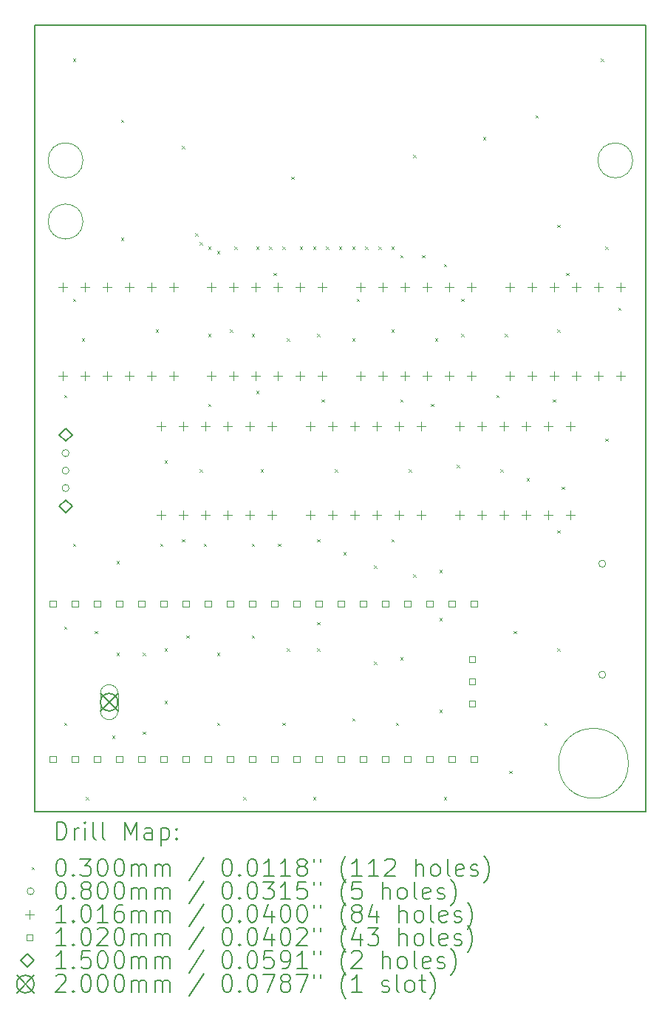
<source format=gbr>
%TF.GenerationSoftware,KiCad,Pcbnew,8.0.1*%
%TF.CreationDate,2024-04-15T13:22:52+02:00*%
%TF.ProjectId,shawazu-gb-dumper,73686177-617a-4752-9d67-622d64756d70,rev?*%
%TF.SameCoordinates,Original*%
%TF.FileFunction,Drillmap*%
%TF.FilePolarity,Positive*%
%FSLAX45Y45*%
G04 Gerber Fmt 4.5, Leading zero omitted, Abs format (unit mm)*
G04 Created by KiCad (PCBNEW 8.0.1) date 2024-04-15 13:22:52*
%MOMM*%
%LPD*%
G01*
G04 APERTURE LIST*
%ADD10C,0.050000*%
%ADD11C,0.200000*%
%ADD12C,0.100000*%
%ADD13C,0.101600*%
%ADD14C,0.102000*%
%ADD15C,0.150000*%
G04 APERTURE END LIST*
D10*
X11050000Y-4000000D02*
G75*
G02*
X10650000Y-4000000I-200000J0D01*
G01*
X10650000Y-4000000D02*
G75*
G02*
X11050000Y-4000000I200000J0D01*
G01*
D11*
X10500000Y-11450000D02*
X17500000Y-11450000D01*
X17500000Y-2450000D02*
X17500000Y-11450000D01*
D10*
X17300000Y-10900000D02*
G75*
G02*
X16500000Y-10900000I-400000J0D01*
G01*
X16500000Y-10900000D02*
G75*
G02*
X17300000Y-10900000I400000J0D01*
G01*
X17350000Y-4000000D02*
G75*
G02*
X16950000Y-4000000I-200000J0D01*
G01*
X16950000Y-4000000D02*
G75*
G02*
X17350000Y-4000000I200000J0D01*
G01*
D11*
X10500000Y-2450000D02*
X10500000Y-11450000D01*
D10*
X11050000Y-4700000D02*
G75*
G02*
X10650000Y-4700000I-200000J0D01*
G01*
X10650000Y-4700000D02*
G75*
G02*
X11050000Y-4700000I200000J0D01*
G01*
D11*
X10500000Y-2450000D02*
X17500000Y-2450000D01*
D12*
X10835000Y-6685000D02*
X10865000Y-6715000D01*
X10865000Y-6685000D02*
X10835000Y-6715000D01*
X10835000Y-9335000D02*
X10865000Y-9365000D01*
X10865000Y-9335000D02*
X10835000Y-9365000D01*
X10835000Y-10435000D02*
X10865000Y-10465000D01*
X10865000Y-10435000D02*
X10835000Y-10465000D01*
X10935000Y-2835000D02*
X10965000Y-2865000D01*
X10965000Y-2835000D02*
X10935000Y-2865000D01*
X10935000Y-5585000D02*
X10965000Y-5615000D01*
X10965000Y-5585000D02*
X10935000Y-5615000D01*
X10935000Y-8385000D02*
X10965000Y-8415000D01*
X10965000Y-8385000D02*
X10935000Y-8415000D01*
X11035000Y-6035000D02*
X11065000Y-6065000D01*
X11065000Y-6035000D02*
X11035000Y-6065000D01*
X11085000Y-11285000D02*
X11115000Y-11315000D01*
X11115000Y-11285000D02*
X11085000Y-11315000D01*
X11185000Y-9385000D02*
X11215000Y-9415000D01*
X11215000Y-9385000D02*
X11185000Y-9415000D01*
X11385000Y-10585000D02*
X11415000Y-10615000D01*
X11415000Y-10585000D02*
X11385000Y-10615000D01*
X11435000Y-8585000D02*
X11465000Y-8615000D01*
X11465000Y-8585000D02*
X11435000Y-8615000D01*
X11435000Y-9635000D02*
X11465000Y-9665000D01*
X11465000Y-9635000D02*
X11435000Y-9665000D01*
X11485000Y-3535000D02*
X11515000Y-3565000D01*
X11515000Y-3535000D02*
X11485000Y-3565000D01*
X11485000Y-4885000D02*
X11515000Y-4915000D01*
X11515000Y-4885000D02*
X11485000Y-4915000D01*
X11735000Y-9635000D02*
X11765000Y-9665000D01*
X11765000Y-9635000D02*
X11735000Y-9665000D01*
X11735000Y-10535000D02*
X11765000Y-10565000D01*
X11765000Y-10535000D02*
X11735000Y-10565000D01*
X11885000Y-5935000D02*
X11915000Y-5965000D01*
X11915000Y-5935000D02*
X11885000Y-5965000D01*
X11935000Y-8385000D02*
X11965000Y-8415000D01*
X11965000Y-8385000D02*
X11935000Y-8415000D01*
X11985000Y-7435000D02*
X12015000Y-7465000D01*
X12015000Y-7435000D02*
X11985000Y-7465000D01*
X11985000Y-9585000D02*
X12015000Y-9615000D01*
X12015000Y-9585000D02*
X11985000Y-9615000D01*
X11985000Y-10185000D02*
X12015000Y-10215000D01*
X12015000Y-10185000D02*
X11985000Y-10215000D01*
X12185000Y-3835000D02*
X12215000Y-3865000D01*
X12215000Y-3835000D02*
X12185000Y-3865000D01*
X12185000Y-8335000D02*
X12215000Y-8365000D01*
X12215000Y-8335000D02*
X12185000Y-8365000D01*
X12235000Y-9435000D02*
X12265000Y-9465000D01*
X12265000Y-9435000D02*
X12235000Y-9465000D01*
X12335000Y-4835000D02*
X12365000Y-4865000D01*
X12365000Y-4835000D02*
X12335000Y-4865000D01*
X12385000Y-4935000D02*
X12415000Y-4965000D01*
X12415000Y-4935000D02*
X12385000Y-4965000D01*
X12385000Y-7535000D02*
X12415000Y-7565000D01*
X12415000Y-7535000D02*
X12385000Y-7565000D01*
X12435000Y-8385000D02*
X12465000Y-8415000D01*
X12465000Y-8385000D02*
X12435000Y-8415000D01*
X12485000Y-4985000D02*
X12515000Y-5015000D01*
X12515000Y-4985000D02*
X12485000Y-5015000D01*
X12485000Y-5985000D02*
X12515000Y-6015000D01*
X12515000Y-5985000D02*
X12485000Y-6015000D01*
X12485000Y-6785000D02*
X12515000Y-6815000D01*
X12515000Y-6785000D02*
X12485000Y-6815000D01*
X12585000Y-5035000D02*
X12615000Y-5065000D01*
X12615000Y-5035000D02*
X12585000Y-5065000D01*
X12585000Y-9635000D02*
X12615000Y-9665000D01*
X12615000Y-9635000D02*
X12585000Y-9665000D01*
X12585000Y-10435000D02*
X12615000Y-10465000D01*
X12615000Y-10435000D02*
X12585000Y-10465000D01*
X12735000Y-5935000D02*
X12765000Y-5965000D01*
X12765000Y-5935000D02*
X12735000Y-5965000D01*
X12785000Y-4985000D02*
X12815000Y-5015000D01*
X12815000Y-4985000D02*
X12785000Y-5015000D01*
X12885000Y-11285000D02*
X12915000Y-11315000D01*
X12915000Y-11285000D02*
X12885000Y-11315000D01*
X12985000Y-5985000D02*
X13015000Y-6015000D01*
X13015000Y-5985000D02*
X12985000Y-6015000D01*
X12985000Y-8385000D02*
X13015000Y-8415000D01*
X13015000Y-8385000D02*
X12985000Y-8415000D01*
X12985000Y-9435000D02*
X13015000Y-9465000D01*
X13015000Y-9435000D02*
X12985000Y-9465000D01*
X13035000Y-4985000D02*
X13065000Y-5015000D01*
X13065000Y-4985000D02*
X13035000Y-5015000D01*
X13035000Y-6635000D02*
X13065000Y-6665000D01*
X13065000Y-6635000D02*
X13035000Y-6665000D01*
X13085000Y-7535000D02*
X13115000Y-7565000D01*
X13115000Y-7535000D02*
X13085000Y-7565000D01*
X13185000Y-4985000D02*
X13215000Y-5015000D01*
X13215000Y-4985000D02*
X13185000Y-5015000D01*
X13235000Y-5285000D02*
X13265000Y-5315000D01*
X13265000Y-5285000D02*
X13235000Y-5315000D01*
X13285000Y-8385000D02*
X13315000Y-8415000D01*
X13315000Y-8385000D02*
X13285000Y-8415000D01*
X13335000Y-4985000D02*
X13365000Y-5015000D01*
X13365000Y-4985000D02*
X13335000Y-5015000D01*
X13335000Y-10435000D02*
X13365000Y-10465000D01*
X13365000Y-10435000D02*
X13335000Y-10465000D01*
X13385000Y-6035000D02*
X13415000Y-6065000D01*
X13415000Y-6035000D02*
X13385000Y-6065000D01*
X13385000Y-9585000D02*
X13415000Y-9615000D01*
X13415000Y-9585000D02*
X13385000Y-9615000D01*
X13435000Y-4185000D02*
X13465000Y-4215000D01*
X13465000Y-4185000D02*
X13435000Y-4215000D01*
X13535000Y-4985000D02*
X13565000Y-5015000D01*
X13565000Y-4985000D02*
X13535000Y-5015000D01*
X13685000Y-4985000D02*
X13715000Y-5015000D01*
X13715000Y-4985000D02*
X13685000Y-5015000D01*
X13685000Y-11285000D02*
X13715000Y-11315000D01*
X13715000Y-11285000D02*
X13685000Y-11315000D01*
X13735000Y-5985000D02*
X13765000Y-6015000D01*
X13765000Y-5985000D02*
X13735000Y-6015000D01*
X13735000Y-8335000D02*
X13765000Y-8365000D01*
X13765000Y-8335000D02*
X13735000Y-8365000D01*
X13735000Y-9285000D02*
X13765000Y-9315000D01*
X13765000Y-9285000D02*
X13735000Y-9315000D01*
X13735000Y-9585000D02*
X13765000Y-9615000D01*
X13765000Y-9585000D02*
X13735000Y-9615000D01*
X13785000Y-6735000D02*
X13815000Y-6765000D01*
X13815000Y-6735000D02*
X13785000Y-6765000D01*
X13835000Y-4985000D02*
X13865000Y-5015000D01*
X13865000Y-4985000D02*
X13835000Y-5015000D01*
X13935000Y-7535000D02*
X13965000Y-7565000D01*
X13965000Y-7535000D02*
X13935000Y-7565000D01*
X13985000Y-4985000D02*
X14015000Y-5015000D01*
X14015000Y-4985000D02*
X13985000Y-5015000D01*
X14035000Y-8485000D02*
X14065000Y-8515000D01*
X14065000Y-8485000D02*
X14035000Y-8515000D01*
X14135000Y-4985000D02*
X14165000Y-5015000D01*
X14165000Y-4985000D02*
X14135000Y-5015000D01*
X14135000Y-6035000D02*
X14165000Y-6065000D01*
X14165000Y-6035000D02*
X14135000Y-6065000D01*
X14135000Y-10385000D02*
X14165000Y-10415000D01*
X14165000Y-10385000D02*
X14135000Y-10415000D01*
X14185000Y-5585000D02*
X14215000Y-5615000D01*
X14215000Y-5585000D02*
X14185000Y-5615000D01*
X14285000Y-4985000D02*
X14315000Y-5015000D01*
X14315000Y-4985000D02*
X14285000Y-5015000D01*
X14385000Y-8635000D02*
X14415000Y-8665000D01*
X14415000Y-8635000D02*
X14385000Y-8665000D01*
X14385000Y-9735000D02*
X14415000Y-9765000D01*
X14415000Y-9735000D02*
X14385000Y-9765000D01*
X14435000Y-4985000D02*
X14465000Y-5015000D01*
X14465000Y-4985000D02*
X14435000Y-5015000D01*
X14585000Y-4985000D02*
X14615000Y-5015000D01*
X14615000Y-4985000D02*
X14585000Y-5015000D01*
X14585000Y-5935000D02*
X14615000Y-5965000D01*
X14615000Y-5935000D02*
X14585000Y-5965000D01*
X14585000Y-8335000D02*
X14615000Y-8365000D01*
X14615000Y-8335000D02*
X14585000Y-8365000D01*
X14635000Y-10435000D02*
X14665000Y-10465000D01*
X14665000Y-10435000D02*
X14635000Y-10465000D01*
X14685000Y-5085000D02*
X14715000Y-5115000D01*
X14715000Y-5085000D02*
X14685000Y-5115000D01*
X14685000Y-6735000D02*
X14715000Y-6765000D01*
X14715000Y-6735000D02*
X14685000Y-6765000D01*
X14685000Y-9685000D02*
X14715000Y-9715000D01*
X14715000Y-9685000D02*
X14685000Y-9715000D01*
X14785000Y-7535000D02*
X14815000Y-7565000D01*
X14815000Y-7535000D02*
X14785000Y-7565000D01*
X14835000Y-3935000D02*
X14865000Y-3965000D01*
X14865000Y-3935000D02*
X14835000Y-3965000D01*
X14835000Y-8735000D02*
X14865000Y-8765000D01*
X14865000Y-8735000D02*
X14835000Y-8765000D01*
X14935000Y-5085000D02*
X14965000Y-5115000D01*
X14965000Y-5085000D02*
X14935000Y-5115000D01*
X15035000Y-6785000D02*
X15065000Y-6815000D01*
X15065000Y-6785000D02*
X15035000Y-6815000D01*
X15085000Y-6035000D02*
X15115000Y-6065000D01*
X15115000Y-6035000D02*
X15085000Y-6065000D01*
X15135000Y-8685000D02*
X15165000Y-8715000D01*
X15165000Y-8685000D02*
X15135000Y-8715000D01*
X15135000Y-9235000D02*
X15165000Y-9265000D01*
X15165000Y-9235000D02*
X15135000Y-9265000D01*
X15135000Y-10285000D02*
X15165000Y-10315000D01*
X15165000Y-10285000D02*
X15135000Y-10315000D01*
X15185000Y-5185000D02*
X15215000Y-5215000D01*
X15215000Y-5185000D02*
X15185000Y-5215000D01*
X15185000Y-11285000D02*
X15215000Y-11315000D01*
X15215000Y-11285000D02*
X15185000Y-11315000D01*
X15335000Y-7485000D02*
X15365000Y-7515000D01*
X15365000Y-7485000D02*
X15335000Y-7515000D01*
X15385000Y-5585000D02*
X15415000Y-5615000D01*
X15415000Y-5585000D02*
X15385000Y-5615000D01*
X15385000Y-5985000D02*
X15415000Y-6015000D01*
X15415000Y-5985000D02*
X15385000Y-6015000D01*
X15635000Y-3735000D02*
X15665000Y-3765000D01*
X15665000Y-3735000D02*
X15635000Y-3765000D01*
X15785000Y-6685000D02*
X15815000Y-6715000D01*
X15815000Y-6685000D02*
X15785000Y-6715000D01*
X15835000Y-7535000D02*
X15865000Y-7565000D01*
X15865000Y-7535000D02*
X15835000Y-7565000D01*
X15885000Y-5985000D02*
X15915000Y-6015000D01*
X15915000Y-5985000D02*
X15885000Y-6015000D01*
X15935000Y-10985000D02*
X15965000Y-11015000D01*
X15965000Y-10985000D02*
X15935000Y-11015000D01*
X15985000Y-9385000D02*
X16015000Y-9415000D01*
X16015000Y-9385000D02*
X15985000Y-9415000D01*
X16135000Y-7635000D02*
X16165000Y-7665000D01*
X16165000Y-7635000D02*
X16135000Y-7665000D01*
X16235000Y-3485000D02*
X16265000Y-3515000D01*
X16265000Y-3485000D02*
X16235000Y-3515000D01*
X16335000Y-10435000D02*
X16365000Y-10465000D01*
X16365000Y-10435000D02*
X16335000Y-10465000D01*
X16435000Y-6735000D02*
X16465000Y-6765000D01*
X16465000Y-6735000D02*
X16435000Y-6765000D01*
X16485000Y-4735000D02*
X16515000Y-4765000D01*
X16515000Y-4735000D02*
X16485000Y-4765000D01*
X16485000Y-5935000D02*
X16515000Y-5965000D01*
X16515000Y-5935000D02*
X16485000Y-5965000D01*
X16485000Y-8235000D02*
X16515000Y-8265000D01*
X16515000Y-8235000D02*
X16485000Y-8265000D01*
X16485000Y-9585000D02*
X16515000Y-9615000D01*
X16515000Y-9585000D02*
X16485000Y-9615000D01*
X16535000Y-7735000D02*
X16565000Y-7765000D01*
X16565000Y-7735000D02*
X16535000Y-7765000D01*
X16585000Y-5285000D02*
X16615000Y-5315000D01*
X16615000Y-5285000D02*
X16585000Y-5315000D01*
X16985000Y-2835000D02*
X17015000Y-2865000D01*
X17015000Y-2835000D02*
X16985000Y-2865000D01*
X17035000Y-4985000D02*
X17065000Y-5015000D01*
X17065000Y-4985000D02*
X17035000Y-5015000D01*
X17035000Y-7185000D02*
X17065000Y-7215000D01*
X17065000Y-7185000D02*
X17035000Y-7215000D01*
X17185000Y-5685000D02*
X17215000Y-5715000D01*
X17215000Y-5685000D02*
X17185000Y-5715000D01*
X10890000Y-7350000D02*
G75*
G02*
X10810000Y-7350000I-40000J0D01*
G01*
X10810000Y-7350000D02*
G75*
G02*
X10890000Y-7350000I40000J0D01*
G01*
X10890000Y-7550000D02*
G75*
G02*
X10810000Y-7550000I-40000J0D01*
G01*
X10810000Y-7550000D02*
G75*
G02*
X10890000Y-7550000I40000J0D01*
G01*
X10890000Y-7750000D02*
G75*
G02*
X10810000Y-7750000I-40000J0D01*
G01*
X10810000Y-7750000D02*
G75*
G02*
X10890000Y-7750000I40000J0D01*
G01*
X17040000Y-8615000D02*
G75*
G02*
X16960000Y-8615000I-40000J0D01*
G01*
X16960000Y-8615000D02*
G75*
G02*
X17040000Y-8615000I40000J0D01*
G01*
X17040000Y-9885000D02*
G75*
G02*
X16960000Y-9885000I-40000J0D01*
G01*
X16960000Y-9885000D02*
G75*
G02*
X17040000Y-9885000I40000J0D01*
G01*
D13*
X10815000Y-5399200D02*
X10815000Y-5500800D01*
X10764200Y-5450000D02*
X10865800Y-5450000D01*
X10815000Y-6415200D02*
X10815000Y-6516800D01*
X10764200Y-6466000D02*
X10865800Y-6466000D01*
X11069000Y-5399200D02*
X11069000Y-5500800D01*
X11018200Y-5450000D02*
X11119800Y-5450000D01*
X11069000Y-6415200D02*
X11069000Y-6516800D01*
X11018200Y-6466000D02*
X11119800Y-6466000D01*
X11323000Y-5399200D02*
X11323000Y-5500800D01*
X11272200Y-5450000D02*
X11373800Y-5450000D01*
X11323000Y-6415200D02*
X11323000Y-6516800D01*
X11272200Y-6466000D02*
X11373800Y-6466000D01*
X11577000Y-5399200D02*
X11577000Y-5500800D01*
X11526200Y-5450000D02*
X11627800Y-5450000D01*
X11577000Y-6415200D02*
X11577000Y-6516800D01*
X11526200Y-6466000D02*
X11627800Y-6466000D01*
X11831000Y-5399200D02*
X11831000Y-5500800D01*
X11780200Y-5450000D02*
X11881800Y-5450000D01*
X11831000Y-6415200D02*
X11831000Y-6516800D01*
X11780200Y-6466000D02*
X11881800Y-6466000D01*
X11946000Y-6991200D02*
X11946000Y-7092800D01*
X11895200Y-7042000D02*
X11996800Y-7042000D01*
X11946000Y-8007200D02*
X11946000Y-8108800D01*
X11895200Y-8058000D02*
X11996800Y-8058000D01*
X12085000Y-5399200D02*
X12085000Y-5500800D01*
X12034200Y-5450000D02*
X12135800Y-5450000D01*
X12085000Y-6415200D02*
X12085000Y-6516800D01*
X12034200Y-6466000D02*
X12135800Y-6466000D01*
X12200000Y-6991200D02*
X12200000Y-7092800D01*
X12149200Y-7042000D02*
X12250800Y-7042000D01*
X12200000Y-8007200D02*
X12200000Y-8108800D01*
X12149200Y-8058000D02*
X12250800Y-8058000D01*
X12454000Y-6991200D02*
X12454000Y-7092800D01*
X12403200Y-7042000D02*
X12504800Y-7042000D01*
X12454000Y-8007200D02*
X12454000Y-8108800D01*
X12403200Y-8058000D02*
X12504800Y-8058000D01*
X12522667Y-5399200D02*
X12522667Y-5500800D01*
X12471867Y-5450000D02*
X12573467Y-5450000D01*
X12522667Y-6415200D02*
X12522667Y-6516800D01*
X12471867Y-6466000D02*
X12573467Y-6466000D01*
X12708000Y-6991200D02*
X12708000Y-7092800D01*
X12657200Y-7042000D02*
X12758800Y-7042000D01*
X12708000Y-8007200D02*
X12708000Y-8108800D01*
X12657200Y-8058000D02*
X12758800Y-8058000D01*
X12776667Y-5399200D02*
X12776667Y-5500800D01*
X12725867Y-5450000D02*
X12827467Y-5450000D01*
X12776667Y-6415200D02*
X12776667Y-6516800D01*
X12725867Y-6466000D02*
X12827467Y-6466000D01*
X12962000Y-6991200D02*
X12962000Y-7092800D01*
X12911200Y-7042000D02*
X13012800Y-7042000D01*
X12962000Y-8007200D02*
X12962000Y-8108800D01*
X12911200Y-8058000D02*
X13012800Y-8058000D01*
X13030667Y-5399200D02*
X13030667Y-5500800D01*
X12979867Y-5450000D02*
X13081467Y-5450000D01*
X13030667Y-6415200D02*
X13030667Y-6516800D01*
X12979867Y-6466000D02*
X13081467Y-6466000D01*
X13216000Y-6991200D02*
X13216000Y-7092800D01*
X13165200Y-7042000D02*
X13266800Y-7042000D01*
X13216000Y-8007200D02*
X13216000Y-8108800D01*
X13165200Y-8058000D02*
X13266800Y-8058000D01*
X13284667Y-5399200D02*
X13284667Y-5500800D01*
X13233867Y-5450000D02*
X13335467Y-5450000D01*
X13284667Y-6415200D02*
X13284667Y-6516800D01*
X13233867Y-6466000D02*
X13335467Y-6466000D01*
X13538667Y-5399200D02*
X13538667Y-5500800D01*
X13487867Y-5450000D02*
X13589467Y-5450000D01*
X13538667Y-6415200D02*
X13538667Y-6516800D01*
X13487867Y-6466000D02*
X13589467Y-6466000D01*
X13655500Y-6991200D02*
X13655500Y-7092800D01*
X13604700Y-7042000D02*
X13706300Y-7042000D01*
X13655500Y-8007200D02*
X13655500Y-8108800D01*
X13604700Y-8058000D02*
X13706300Y-8058000D01*
X13792667Y-5399200D02*
X13792667Y-5500800D01*
X13741867Y-5450000D02*
X13843467Y-5450000D01*
X13792667Y-6415200D02*
X13792667Y-6516800D01*
X13741867Y-6466000D02*
X13843467Y-6466000D01*
X13909500Y-6991200D02*
X13909500Y-7092800D01*
X13858700Y-7042000D02*
X13960300Y-7042000D01*
X13909500Y-8007200D02*
X13909500Y-8108800D01*
X13858700Y-8058000D02*
X13960300Y-8058000D01*
X14163500Y-6991200D02*
X14163500Y-7092800D01*
X14112700Y-7042000D02*
X14214300Y-7042000D01*
X14163500Y-8007200D02*
X14163500Y-8108800D01*
X14112700Y-8058000D02*
X14214300Y-8058000D01*
X14230333Y-5399200D02*
X14230333Y-5500800D01*
X14179533Y-5450000D02*
X14281133Y-5450000D01*
X14230333Y-6415200D02*
X14230333Y-6516800D01*
X14179533Y-6466000D02*
X14281133Y-6466000D01*
X14417500Y-6991200D02*
X14417500Y-7092800D01*
X14366700Y-7042000D02*
X14468300Y-7042000D01*
X14417500Y-8007200D02*
X14417500Y-8108800D01*
X14366700Y-8058000D02*
X14468300Y-8058000D01*
X14484333Y-5399200D02*
X14484333Y-5500800D01*
X14433533Y-5450000D02*
X14535133Y-5450000D01*
X14484333Y-6415200D02*
X14484333Y-6516800D01*
X14433533Y-6466000D02*
X14535133Y-6466000D01*
X14671500Y-6991200D02*
X14671500Y-7092800D01*
X14620700Y-7042000D02*
X14722300Y-7042000D01*
X14671500Y-8007200D02*
X14671500Y-8108800D01*
X14620700Y-8058000D02*
X14722300Y-8058000D01*
X14738333Y-5399200D02*
X14738333Y-5500800D01*
X14687533Y-5450000D02*
X14789133Y-5450000D01*
X14738333Y-6415200D02*
X14738333Y-6516800D01*
X14687533Y-6466000D02*
X14789133Y-6466000D01*
X14925500Y-6991200D02*
X14925500Y-7092800D01*
X14874700Y-7042000D02*
X14976300Y-7042000D01*
X14925500Y-8007200D02*
X14925500Y-8108800D01*
X14874700Y-8058000D02*
X14976300Y-8058000D01*
X14992333Y-5399200D02*
X14992333Y-5500800D01*
X14941533Y-5450000D02*
X15043133Y-5450000D01*
X14992333Y-6415200D02*
X14992333Y-6516800D01*
X14941533Y-6466000D02*
X15043133Y-6466000D01*
X15246333Y-5399200D02*
X15246333Y-5500800D01*
X15195533Y-5450000D02*
X15297133Y-5450000D01*
X15246333Y-6415200D02*
X15246333Y-6516800D01*
X15195533Y-6466000D02*
X15297133Y-6466000D01*
X15365000Y-6991200D02*
X15365000Y-7092800D01*
X15314200Y-7042000D02*
X15415800Y-7042000D01*
X15365000Y-8007200D02*
X15365000Y-8108800D01*
X15314200Y-8058000D02*
X15415800Y-8058000D01*
X15500333Y-5399200D02*
X15500333Y-5500800D01*
X15449533Y-5450000D02*
X15551133Y-5450000D01*
X15500333Y-6415200D02*
X15500333Y-6516800D01*
X15449533Y-6466000D02*
X15551133Y-6466000D01*
X15619000Y-6991200D02*
X15619000Y-7092800D01*
X15568200Y-7042000D02*
X15669800Y-7042000D01*
X15619000Y-8007200D02*
X15619000Y-8108800D01*
X15568200Y-8058000D02*
X15669800Y-8058000D01*
X15873000Y-6991200D02*
X15873000Y-7092800D01*
X15822200Y-7042000D02*
X15923800Y-7042000D01*
X15873000Y-8007200D02*
X15873000Y-8108800D01*
X15822200Y-8058000D02*
X15923800Y-8058000D01*
X15938000Y-5399200D02*
X15938000Y-5500800D01*
X15887200Y-5450000D02*
X15988800Y-5450000D01*
X15938000Y-6415200D02*
X15938000Y-6516800D01*
X15887200Y-6466000D02*
X15988800Y-6466000D01*
X16127000Y-6991200D02*
X16127000Y-7092800D01*
X16076200Y-7042000D02*
X16177800Y-7042000D01*
X16127000Y-8007200D02*
X16127000Y-8108800D01*
X16076200Y-8058000D02*
X16177800Y-8058000D01*
X16192000Y-5399200D02*
X16192000Y-5500800D01*
X16141200Y-5450000D02*
X16242800Y-5450000D01*
X16192000Y-6415200D02*
X16192000Y-6516800D01*
X16141200Y-6466000D02*
X16242800Y-6466000D01*
X16381000Y-6991200D02*
X16381000Y-7092800D01*
X16330200Y-7042000D02*
X16431800Y-7042000D01*
X16381000Y-8007200D02*
X16381000Y-8108800D01*
X16330200Y-8058000D02*
X16431800Y-8058000D01*
X16446000Y-5399200D02*
X16446000Y-5500800D01*
X16395200Y-5450000D02*
X16496800Y-5450000D01*
X16446000Y-6415200D02*
X16446000Y-6516800D01*
X16395200Y-6466000D02*
X16496800Y-6466000D01*
X16635000Y-6991200D02*
X16635000Y-7092800D01*
X16584200Y-7042000D02*
X16685800Y-7042000D01*
X16635000Y-8007200D02*
X16635000Y-8108800D01*
X16584200Y-8058000D02*
X16685800Y-8058000D01*
X16700000Y-5399200D02*
X16700000Y-5500800D01*
X16649200Y-5450000D02*
X16750800Y-5450000D01*
X16700000Y-6415200D02*
X16700000Y-6516800D01*
X16649200Y-6466000D02*
X16750800Y-6466000D01*
X16954000Y-5399200D02*
X16954000Y-5500800D01*
X16903200Y-5450000D02*
X17004800Y-5450000D01*
X16954000Y-6415200D02*
X16954000Y-6516800D01*
X16903200Y-6466000D02*
X17004800Y-6466000D01*
X17208000Y-5399200D02*
X17208000Y-5500800D01*
X17157200Y-5450000D02*
X17258800Y-5450000D01*
X17208000Y-6415200D02*
X17208000Y-6516800D01*
X17157200Y-6466000D02*
X17258800Y-6466000D01*
D14*
X10742063Y-9108063D02*
X10742063Y-9035937D01*
X10669937Y-9035937D01*
X10669937Y-9108063D01*
X10742063Y-9108063D01*
X10742063Y-10886063D02*
X10742063Y-10813937D01*
X10669937Y-10813937D01*
X10669937Y-10886063D01*
X10742063Y-10886063D01*
X10996063Y-9108063D02*
X10996063Y-9035937D01*
X10923937Y-9035937D01*
X10923937Y-9108063D01*
X10996063Y-9108063D01*
X10996063Y-10886063D02*
X10996063Y-10813937D01*
X10923937Y-10813937D01*
X10923937Y-10886063D01*
X10996063Y-10886063D01*
X11250063Y-9108063D02*
X11250063Y-9035937D01*
X11177937Y-9035937D01*
X11177937Y-9108063D01*
X11250063Y-9108063D01*
X11250063Y-10886063D02*
X11250063Y-10813937D01*
X11177937Y-10813937D01*
X11177937Y-10886063D01*
X11250063Y-10886063D01*
X11504063Y-9108063D02*
X11504063Y-9035937D01*
X11431937Y-9035937D01*
X11431937Y-9108063D01*
X11504063Y-9108063D01*
X11504063Y-10886063D02*
X11504063Y-10813937D01*
X11431937Y-10813937D01*
X11431937Y-10886063D01*
X11504063Y-10886063D01*
X11758063Y-9108063D02*
X11758063Y-9035937D01*
X11685937Y-9035937D01*
X11685937Y-9108063D01*
X11758063Y-9108063D01*
X11758063Y-10886063D02*
X11758063Y-10813937D01*
X11685937Y-10813937D01*
X11685937Y-10886063D01*
X11758063Y-10886063D01*
X12012063Y-9108063D02*
X12012063Y-9035937D01*
X11939937Y-9035937D01*
X11939937Y-9108063D01*
X12012063Y-9108063D01*
X12012063Y-10886063D02*
X12012063Y-10813937D01*
X11939937Y-10813937D01*
X11939937Y-10886063D01*
X12012063Y-10886063D01*
X12266063Y-9108063D02*
X12266063Y-9035937D01*
X12193937Y-9035937D01*
X12193937Y-9108063D01*
X12266063Y-9108063D01*
X12266063Y-10886063D02*
X12266063Y-10813937D01*
X12193937Y-10813937D01*
X12193937Y-10886063D01*
X12266063Y-10886063D01*
X12520063Y-9108063D02*
X12520063Y-9035937D01*
X12447937Y-9035937D01*
X12447937Y-9108063D01*
X12520063Y-9108063D01*
X12520063Y-10886063D02*
X12520063Y-10813937D01*
X12447937Y-10813937D01*
X12447937Y-10886063D01*
X12520063Y-10886063D01*
X12774063Y-9108063D02*
X12774063Y-9035937D01*
X12701937Y-9035937D01*
X12701937Y-9108063D01*
X12774063Y-9108063D01*
X12774063Y-10886063D02*
X12774063Y-10813937D01*
X12701937Y-10813937D01*
X12701937Y-10886063D01*
X12774063Y-10886063D01*
X13028063Y-9108063D02*
X13028063Y-9035937D01*
X12955937Y-9035937D01*
X12955937Y-9108063D01*
X13028063Y-9108063D01*
X13028063Y-10886063D02*
X13028063Y-10813937D01*
X12955937Y-10813937D01*
X12955937Y-10886063D01*
X13028063Y-10886063D01*
X13282063Y-9108063D02*
X13282063Y-9035937D01*
X13209937Y-9035937D01*
X13209937Y-9108063D01*
X13282063Y-9108063D01*
X13282063Y-10886063D02*
X13282063Y-10813937D01*
X13209937Y-10813937D01*
X13209937Y-10886063D01*
X13282063Y-10886063D01*
X13536063Y-9108063D02*
X13536063Y-9035937D01*
X13463937Y-9035937D01*
X13463937Y-9108063D01*
X13536063Y-9108063D01*
X13536063Y-10886063D02*
X13536063Y-10813937D01*
X13463937Y-10813937D01*
X13463937Y-10886063D01*
X13536063Y-10886063D01*
X13790063Y-9108063D02*
X13790063Y-9035937D01*
X13717937Y-9035937D01*
X13717937Y-9108063D01*
X13790063Y-9108063D01*
X13790063Y-10886063D02*
X13790063Y-10813937D01*
X13717937Y-10813937D01*
X13717937Y-10886063D01*
X13790063Y-10886063D01*
X14044063Y-9108063D02*
X14044063Y-9035937D01*
X13971937Y-9035937D01*
X13971937Y-9108063D01*
X14044063Y-9108063D01*
X14044063Y-10886063D02*
X14044063Y-10813937D01*
X13971937Y-10813937D01*
X13971937Y-10886063D01*
X14044063Y-10886063D01*
X14298063Y-9108063D02*
X14298063Y-9035937D01*
X14225937Y-9035937D01*
X14225937Y-9108063D01*
X14298063Y-9108063D01*
X14298063Y-10886063D02*
X14298063Y-10813937D01*
X14225937Y-10813937D01*
X14225937Y-10886063D01*
X14298063Y-10886063D01*
X14552063Y-9108063D02*
X14552063Y-9035937D01*
X14479937Y-9035937D01*
X14479937Y-9108063D01*
X14552063Y-9108063D01*
X14552063Y-10886063D02*
X14552063Y-10813937D01*
X14479937Y-10813937D01*
X14479937Y-10886063D01*
X14552063Y-10886063D01*
X14806063Y-9108063D02*
X14806063Y-9035937D01*
X14733937Y-9035937D01*
X14733937Y-9108063D01*
X14806063Y-9108063D01*
X14806063Y-10886063D02*
X14806063Y-10813937D01*
X14733937Y-10813937D01*
X14733937Y-10886063D01*
X14806063Y-10886063D01*
X15060063Y-9108063D02*
X15060063Y-9035937D01*
X14987937Y-9035937D01*
X14987937Y-9108063D01*
X15060063Y-9108063D01*
X15060063Y-10886063D02*
X15060063Y-10813937D01*
X14987937Y-10813937D01*
X14987937Y-10886063D01*
X15060063Y-10886063D01*
X15314063Y-9108063D02*
X15314063Y-9035937D01*
X15241937Y-9035937D01*
X15241937Y-9108063D01*
X15314063Y-9108063D01*
X15314063Y-10886063D02*
X15314063Y-10813937D01*
X15241937Y-10813937D01*
X15241937Y-10886063D01*
X15314063Y-10886063D01*
X15545063Y-9743063D02*
X15545063Y-9670937D01*
X15472937Y-9670937D01*
X15472937Y-9743063D01*
X15545063Y-9743063D01*
X15545063Y-9997063D02*
X15545063Y-9924937D01*
X15472937Y-9924937D01*
X15472937Y-9997063D01*
X15545063Y-9997063D01*
X15545063Y-10251063D02*
X15545063Y-10178937D01*
X15472937Y-10178937D01*
X15472937Y-10251063D01*
X15545063Y-10251063D01*
X15568063Y-9108063D02*
X15568063Y-9035937D01*
X15495937Y-9035937D01*
X15495937Y-9108063D01*
X15568063Y-9108063D01*
X15568063Y-10886063D02*
X15568063Y-10813937D01*
X15495937Y-10813937D01*
X15495937Y-10886063D01*
X15568063Y-10886063D01*
D15*
X10850000Y-7215000D02*
X10925000Y-7140000D01*
X10850000Y-7065000D01*
X10775000Y-7140000D01*
X10850000Y-7215000D01*
X10850000Y-8035000D02*
X10925000Y-7960000D01*
X10850000Y-7885000D01*
X10775000Y-7960000D01*
X10850000Y-8035000D01*
D11*
X11250000Y-10100000D02*
X11450000Y-10300000D01*
X11450000Y-10100000D02*
X11250000Y-10300000D01*
X11450000Y-10200000D02*
G75*
G02*
X11250000Y-10200000I-100000J0D01*
G01*
X11250000Y-10200000D02*
G75*
G02*
X11450000Y-10200000I100000J0D01*
G01*
D12*
X11250000Y-10100000D02*
X11250000Y-10300000D01*
X11450000Y-10300000D02*
G75*
G02*
X11250000Y-10300000I-100000J0D01*
G01*
X11450000Y-10300000D02*
X11450000Y-10100000D01*
X11450000Y-10100000D02*
G75*
G03*
X11250000Y-10100000I-100000J0D01*
G01*
D11*
X10750777Y-11771484D02*
X10750777Y-11571484D01*
X10750777Y-11571484D02*
X10798396Y-11571484D01*
X10798396Y-11571484D02*
X10826967Y-11581008D01*
X10826967Y-11581008D02*
X10846015Y-11600055D01*
X10846015Y-11600055D02*
X10855539Y-11619103D01*
X10855539Y-11619103D02*
X10865063Y-11657198D01*
X10865063Y-11657198D02*
X10865063Y-11685769D01*
X10865063Y-11685769D02*
X10855539Y-11723865D01*
X10855539Y-11723865D02*
X10846015Y-11742912D01*
X10846015Y-11742912D02*
X10826967Y-11761960D01*
X10826967Y-11761960D02*
X10798396Y-11771484D01*
X10798396Y-11771484D02*
X10750777Y-11771484D01*
X10950777Y-11771484D02*
X10950777Y-11638150D01*
X10950777Y-11676246D02*
X10960301Y-11657198D01*
X10960301Y-11657198D02*
X10969824Y-11647674D01*
X10969824Y-11647674D02*
X10988872Y-11638150D01*
X10988872Y-11638150D02*
X11007920Y-11638150D01*
X11074586Y-11771484D02*
X11074586Y-11638150D01*
X11074586Y-11571484D02*
X11065063Y-11581008D01*
X11065063Y-11581008D02*
X11074586Y-11590531D01*
X11074586Y-11590531D02*
X11084110Y-11581008D01*
X11084110Y-11581008D02*
X11074586Y-11571484D01*
X11074586Y-11571484D02*
X11074586Y-11590531D01*
X11198396Y-11771484D02*
X11179348Y-11761960D01*
X11179348Y-11761960D02*
X11169824Y-11742912D01*
X11169824Y-11742912D02*
X11169824Y-11571484D01*
X11303158Y-11771484D02*
X11284110Y-11761960D01*
X11284110Y-11761960D02*
X11274586Y-11742912D01*
X11274586Y-11742912D02*
X11274586Y-11571484D01*
X11531729Y-11771484D02*
X11531729Y-11571484D01*
X11531729Y-11571484D02*
X11598396Y-11714341D01*
X11598396Y-11714341D02*
X11665062Y-11571484D01*
X11665062Y-11571484D02*
X11665062Y-11771484D01*
X11846015Y-11771484D02*
X11846015Y-11666722D01*
X11846015Y-11666722D02*
X11836491Y-11647674D01*
X11836491Y-11647674D02*
X11817443Y-11638150D01*
X11817443Y-11638150D02*
X11779348Y-11638150D01*
X11779348Y-11638150D02*
X11760301Y-11647674D01*
X11846015Y-11761960D02*
X11826967Y-11771484D01*
X11826967Y-11771484D02*
X11779348Y-11771484D01*
X11779348Y-11771484D02*
X11760301Y-11761960D01*
X11760301Y-11761960D02*
X11750777Y-11742912D01*
X11750777Y-11742912D02*
X11750777Y-11723865D01*
X11750777Y-11723865D02*
X11760301Y-11704817D01*
X11760301Y-11704817D02*
X11779348Y-11695293D01*
X11779348Y-11695293D02*
X11826967Y-11695293D01*
X11826967Y-11695293D02*
X11846015Y-11685769D01*
X11941253Y-11638150D02*
X11941253Y-11838150D01*
X11941253Y-11647674D02*
X11960301Y-11638150D01*
X11960301Y-11638150D02*
X11998396Y-11638150D01*
X11998396Y-11638150D02*
X12017443Y-11647674D01*
X12017443Y-11647674D02*
X12026967Y-11657198D01*
X12026967Y-11657198D02*
X12036491Y-11676246D01*
X12036491Y-11676246D02*
X12036491Y-11733388D01*
X12036491Y-11733388D02*
X12026967Y-11752436D01*
X12026967Y-11752436D02*
X12017443Y-11761960D01*
X12017443Y-11761960D02*
X11998396Y-11771484D01*
X11998396Y-11771484D02*
X11960301Y-11771484D01*
X11960301Y-11771484D02*
X11941253Y-11761960D01*
X12122205Y-11752436D02*
X12131729Y-11761960D01*
X12131729Y-11761960D02*
X12122205Y-11771484D01*
X12122205Y-11771484D02*
X12112682Y-11761960D01*
X12112682Y-11761960D02*
X12122205Y-11752436D01*
X12122205Y-11752436D02*
X12122205Y-11771484D01*
X12122205Y-11647674D02*
X12131729Y-11657198D01*
X12131729Y-11657198D02*
X12122205Y-11666722D01*
X12122205Y-11666722D02*
X12112682Y-11657198D01*
X12112682Y-11657198D02*
X12122205Y-11647674D01*
X12122205Y-11647674D02*
X12122205Y-11666722D01*
D12*
X10460000Y-12085000D02*
X10490000Y-12115000D01*
X10490000Y-12085000D02*
X10460000Y-12115000D01*
D11*
X10788872Y-11991484D02*
X10807920Y-11991484D01*
X10807920Y-11991484D02*
X10826967Y-12001008D01*
X10826967Y-12001008D02*
X10836491Y-12010531D01*
X10836491Y-12010531D02*
X10846015Y-12029579D01*
X10846015Y-12029579D02*
X10855539Y-12067674D01*
X10855539Y-12067674D02*
X10855539Y-12115293D01*
X10855539Y-12115293D02*
X10846015Y-12153388D01*
X10846015Y-12153388D02*
X10836491Y-12172436D01*
X10836491Y-12172436D02*
X10826967Y-12181960D01*
X10826967Y-12181960D02*
X10807920Y-12191484D01*
X10807920Y-12191484D02*
X10788872Y-12191484D01*
X10788872Y-12191484D02*
X10769824Y-12181960D01*
X10769824Y-12181960D02*
X10760301Y-12172436D01*
X10760301Y-12172436D02*
X10750777Y-12153388D01*
X10750777Y-12153388D02*
X10741253Y-12115293D01*
X10741253Y-12115293D02*
X10741253Y-12067674D01*
X10741253Y-12067674D02*
X10750777Y-12029579D01*
X10750777Y-12029579D02*
X10760301Y-12010531D01*
X10760301Y-12010531D02*
X10769824Y-12001008D01*
X10769824Y-12001008D02*
X10788872Y-11991484D01*
X10941253Y-12172436D02*
X10950777Y-12181960D01*
X10950777Y-12181960D02*
X10941253Y-12191484D01*
X10941253Y-12191484D02*
X10931729Y-12181960D01*
X10931729Y-12181960D02*
X10941253Y-12172436D01*
X10941253Y-12172436D02*
X10941253Y-12191484D01*
X11017444Y-11991484D02*
X11141253Y-11991484D01*
X11141253Y-11991484D02*
X11074586Y-12067674D01*
X11074586Y-12067674D02*
X11103158Y-12067674D01*
X11103158Y-12067674D02*
X11122205Y-12077198D01*
X11122205Y-12077198D02*
X11131729Y-12086722D01*
X11131729Y-12086722D02*
X11141253Y-12105769D01*
X11141253Y-12105769D02*
X11141253Y-12153388D01*
X11141253Y-12153388D02*
X11131729Y-12172436D01*
X11131729Y-12172436D02*
X11122205Y-12181960D01*
X11122205Y-12181960D02*
X11103158Y-12191484D01*
X11103158Y-12191484D02*
X11046015Y-12191484D01*
X11046015Y-12191484D02*
X11026967Y-12181960D01*
X11026967Y-12181960D02*
X11017444Y-12172436D01*
X11265062Y-11991484D02*
X11284110Y-11991484D01*
X11284110Y-11991484D02*
X11303158Y-12001008D01*
X11303158Y-12001008D02*
X11312682Y-12010531D01*
X11312682Y-12010531D02*
X11322205Y-12029579D01*
X11322205Y-12029579D02*
X11331729Y-12067674D01*
X11331729Y-12067674D02*
X11331729Y-12115293D01*
X11331729Y-12115293D02*
X11322205Y-12153388D01*
X11322205Y-12153388D02*
X11312682Y-12172436D01*
X11312682Y-12172436D02*
X11303158Y-12181960D01*
X11303158Y-12181960D02*
X11284110Y-12191484D01*
X11284110Y-12191484D02*
X11265062Y-12191484D01*
X11265062Y-12191484D02*
X11246015Y-12181960D01*
X11246015Y-12181960D02*
X11236491Y-12172436D01*
X11236491Y-12172436D02*
X11226967Y-12153388D01*
X11226967Y-12153388D02*
X11217443Y-12115293D01*
X11217443Y-12115293D02*
X11217443Y-12067674D01*
X11217443Y-12067674D02*
X11226967Y-12029579D01*
X11226967Y-12029579D02*
X11236491Y-12010531D01*
X11236491Y-12010531D02*
X11246015Y-12001008D01*
X11246015Y-12001008D02*
X11265062Y-11991484D01*
X11455539Y-11991484D02*
X11474586Y-11991484D01*
X11474586Y-11991484D02*
X11493634Y-12001008D01*
X11493634Y-12001008D02*
X11503158Y-12010531D01*
X11503158Y-12010531D02*
X11512682Y-12029579D01*
X11512682Y-12029579D02*
X11522205Y-12067674D01*
X11522205Y-12067674D02*
X11522205Y-12115293D01*
X11522205Y-12115293D02*
X11512682Y-12153388D01*
X11512682Y-12153388D02*
X11503158Y-12172436D01*
X11503158Y-12172436D02*
X11493634Y-12181960D01*
X11493634Y-12181960D02*
X11474586Y-12191484D01*
X11474586Y-12191484D02*
X11455539Y-12191484D01*
X11455539Y-12191484D02*
X11436491Y-12181960D01*
X11436491Y-12181960D02*
X11426967Y-12172436D01*
X11426967Y-12172436D02*
X11417443Y-12153388D01*
X11417443Y-12153388D02*
X11407920Y-12115293D01*
X11407920Y-12115293D02*
X11407920Y-12067674D01*
X11407920Y-12067674D02*
X11417443Y-12029579D01*
X11417443Y-12029579D02*
X11426967Y-12010531D01*
X11426967Y-12010531D02*
X11436491Y-12001008D01*
X11436491Y-12001008D02*
X11455539Y-11991484D01*
X11607920Y-12191484D02*
X11607920Y-12058150D01*
X11607920Y-12077198D02*
X11617443Y-12067674D01*
X11617443Y-12067674D02*
X11636491Y-12058150D01*
X11636491Y-12058150D02*
X11665063Y-12058150D01*
X11665063Y-12058150D02*
X11684110Y-12067674D01*
X11684110Y-12067674D02*
X11693634Y-12086722D01*
X11693634Y-12086722D02*
X11693634Y-12191484D01*
X11693634Y-12086722D02*
X11703158Y-12067674D01*
X11703158Y-12067674D02*
X11722205Y-12058150D01*
X11722205Y-12058150D02*
X11750777Y-12058150D01*
X11750777Y-12058150D02*
X11769824Y-12067674D01*
X11769824Y-12067674D02*
X11779348Y-12086722D01*
X11779348Y-12086722D02*
X11779348Y-12191484D01*
X11874586Y-12191484D02*
X11874586Y-12058150D01*
X11874586Y-12077198D02*
X11884110Y-12067674D01*
X11884110Y-12067674D02*
X11903158Y-12058150D01*
X11903158Y-12058150D02*
X11931729Y-12058150D01*
X11931729Y-12058150D02*
X11950777Y-12067674D01*
X11950777Y-12067674D02*
X11960301Y-12086722D01*
X11960301Y-12086722D02*
X11960301Y-12191484D01*
X11960301Y-12086722D02*
X11969824Y-12067674D01*
X11969824Y-12067674D02*
X11988872Y-12058150D01*
X11988872Y-12058150D02*
X12017443Y-12058150D01*
X12017443Y-12058150D02*
X12036491Y-12067674D01*
X12036491Y-12067674D02*
X12046015Y-12086722D01*
X12046015Y-12086722D02*
X12046015Y-12191484D01*
X12436491Y-11981960D02*
X12265063Y-12239103D01*
X12693634Y-11991484D02*
X12712682Y-11991484D01*
X12712682Y-11991484D02*
X12731729Y-12001008D01*
X12731729Y-12001008D02*
X12741253Y-12010531D01*
X12741253Y-12010531D02*
X12750777Y-12029579D01*
X12750777Y-12029579D02*
X12760301Y-12067674D01*
X12760301Y-12067674D02*
X12760301Y-12115293D01*
X12760301Y-12115293D02*
X12750777Y-12153388D01*
X12750777Y-12153388D02*
X12741253Y-12172436D01*
X12741253Y-12172436D02*
X12731729Y-12181960D01*
X12731729Y-12181960D02*
X12712682Y-12191484D01*
X12712682Y-12191484D02*
X12693634Y-12191484D01*
X12693634Y-12191484D02*
X12674586Y-12181960D01*
X12674586Y-12181960D02*
X12665063Y-12172436D01*
X12665063Y-12172436D02*
X12655539Y-12153388D01*
X12655539Y-12153388D02*
X12646015Y-12115293D01*
X12646015Y-12115293D02*
X12646015Y-12067674D01*
X12646015Y-12067674D02*
X12655539Y-12029579D01*
X12655539Y-12029579D02*
X12665063Y-12010531D01*
X12665063Y-12010531D02*
X12674586Y-12001008D01*
X12674586Y-12001008D02*
X12693634Y-11991484D01*
X12846015Y-12172436D02*
X12855539Y-12181960D01*
X12855539Y-12181960D02*
X12846015Y-12191484D01*
X12846015Y-12191484D02*
X12836491Y-12181960D01*
X12836491Y-12181960D02*
X12846015Y-12172436D01*
X12846015Y-12172436D02*
X12846015Y-12191484D01*
X12979348Y-11991484D02*
X12998396Y-11991484D01*
X12998396Y-11991484D02*
X13017444Y-12001008D01*
X13017444Y-12001008D02*
X13026967Y-12010531D01*
X13026967Y-12010531D02*
X13036491Y-12029579D01*
X13036491Y-12029579D02*
X13046015Y-12067674D01*
X13046015Y-12067674D02*
X13046015Y-12115293D01*
X13046015Y-12115293D02*
X13036491Y-12153388D01*
X13036491Y-12153388D02*
X13026967Y-12172436D01*
X13026967Y-12172436D02*
X13017444Y-12181960D01*
X13017444Y-12181960D02*
X12998396Y-12191484D01*
X12998396Y-12191484D02*
X12979348Y-12191484D01*
X12979348Y-12191484D02*
X12960301Y-12181960D01*
X12960301Y-12181960D02*
X12950777Y-12172436D01*
X12950777Y-12172436D02*
X12941253Y-12153388D01*
X12941253Y-12153388D02*
X12931729Y-12115293D01*
X12931729Y-12115293D02*
X12931729Y-12067674D01*
X12931729Y-12067674D02*
X12941253Y-12029579D01*
X12941253Y-12029579D02*
X12950777Y-12010531D01*
X12950777Y-12010531D02*
X12960301Y-12001008D01*
X12960301Y-12001008D02*
X12979348Y-11991484D01*
X13236491Y-12191484D02*
X13122206Y-12191484D01*
X13179348Y-12191484D02*
X13179348Y-11991484D01*
X13179348Y-11991484D02*
X13160301Y-12020055D01*
X13160301Y-12020055D02*
X13141253Y-12039103D01*
X13141253Y-12039103D02*
X13122206Y-12048627D01*
X13426967Y-12191484D02*
X13312682Y-12191484D01*
X13369825Y-12191484D02*
X13369825Y-11991484D01*
X13369825Y-11991484D02*
X13350777Y-12020055D01*
X13350777Y-12020055D02*
X13331729Y-12039103D01*
X13331729Y-12039103D02*
X13312682Y-12048627D01*
X13541253Y-12077198D02*
X13522206Y-12067674D01*
X13522206Y-12067674D02*
X13512682Y-12058150D01*
X13512682Y-12058150D02*
X13503158Y-12039103D01*
X13503158Y-12039103D02*
X13503158Y-12029579D01*
X13503158Y-12029579D02*
X13512682Y-12010531D01*
X13512682Y-12010531D02*
X13522206Y-12001008D01*
X13522206Y-12001008D02*
X13541253Y-11991484D01*
X13541253Y-11991484D02*
X13579348Y-11991484D01*
X13579348Y-11991484D02*
X13598396Y-12001008D01*
X13598396Y-12001008D02*
X13607920Y-12010531D01*
X13607920Y-12010531D02*
X13617444Y-12029579D01*
X13617444Y-12029579D02*
X13617444Y-12039103D01*
X13617444Y-12039103D02*
X13607920Y-12058150D01*
X13607920Y-12058150D02*
X13598396Y-12067674D01*
X13598396Y-12067674D02*
X13579348Y-12077198D01*
X13579348Y-12077198D02*
X13541253Y-12077198D01*
X13541253Y-12077198D02*
X13522206Y-12086722D01*
X13522206Y-12086722D02*
X13512682Y-12096246D01*
X13512682Y-12096246D02*
X13503158Y-12115293D01*
X13503158Y-12115293D02*
X13503158Y-12153388D01*
X13503158Y-12153388D02*
X13512682Y-12172436D01*
X13512682Y-12172436D02*
X13522206Y-12181960D01*
X13522206Y-12181960D02*
X13541253Y-12191484D01*
X13541253Y-12191484D02*
X13579348Y-12191484D01*
X13579348Y-12191484D02*
X13598396Y-12181960D01*
X13598396Y-12181960D02*
X13607920Y-12172436D01*
X13607920Y-12172436D02*
X13617444Y-12153388D01*
X13617444Y-12153388D02*
X13617444Y-12115293D01*
X13617444Y-12115293D02*
X13607920Y-12096246D01*
X13607920Y-12096246D02*
X13598396Y-12086722D01*
X13598396Y-12086722D02*
X13579348Y-12077198D01*
X13693634Y-11991484D02*
X13693634Y-12029579D01*
X13769825Y-11991484D02*
X13769825Y-12029579D01*
X14065063Y-12267674D02*
X14055539Y-12258150D01*
X14055539Y-12258150D02*
X14036491Y-12229579D01*
X14036491Y-12229579D02*
X14026968Y-12210531D01*
X14026968Y-12210531D02*
X14017444Y-12181960D01*
X14017444Y-12181960D02*
X14007920Y-12134341D01*
X14007920Y-12134341D02*
X14007920Y-12096246D01*
X14007920Y-12096246D02*
X14017444Y-12048627D01*
X14017444Y-12048627D02*
X14026968Y-12020055D01*
X14026968Y-12020055D02*
X14036491Y-12001008D01*
X14036491Y-12001008D02*
X14055539Y-11972436D01*
X14055539Y-11972436D02*
X14065063Y-11962912D01*
X14246015Y-12191484D02*
X14131729Y-12191484D01*
X14188872Y-12191484D02*
X14188872Y-11991484D01*
X14188872Y-11991484D02*
X14169825Y-12020055D01*
X14169825Y-12020055D02*
X14150777Y-12039103D01*
X14150777Y-12039103D02*
X14131729Y-12048627D01*
X14436491Y-12191484D02*
X14322206Y-12191484D01*
X14379348Y-12191484D02*
X14379348Y-11991484D01*
X14379348Y-11991484D02*
X14360301Y-12020055D01*
X14360301Y-12020055D02*
X14341253Y-12039103D01*
X14341253Y-12039103D02*
X14322206Y-12048627D01*
X14512682Y-12010531D02*
X14522206Y-12001008D01*
X14522206Y-12001008D02*
X14541253Y-11991484D01*
X14541253Y-11991484D02*
X14588872Y-11991484D01*
X14588872Y-11991484D02*
X14607920Y-12001008D01*
X14607920Y-12001008D02*
X14617444Y-12010531D01*
X14617444Y-12010531D02*
X14626968Y-12029579D01*
X14626968Y-12029579D02*
X14626968Y-12048627D01*
X14626968Y-12048627D02*
X14617444Y-12077198D01*
X14617444Y-12077198D02*
X14503158Y-12191484D01*
X14503158Y-12191484D02*
X14626968Y-12191484D01*
X14865063Y-12191484D02*
X14865063Y-11991484D01*
X14950777Y-12191484D02*
X14950777Y-12086722D01*
X14950777Y-12086722D02*
X14941253Y-12067674D01*
X14941253Y-12067674D02*
X14922206Y-12058150D01*
X14922206Y-12058150D02*
X14893634Y-12058150D01*
X14893634Y-12058150D02*
X14874587Y-12067674D01*
X14874587Y-12067674D02*
X14865063Y-12077198D01*
X15074587Y-12191484D02*
X15055539Y-12181960D01*
X15055539Y-12181960D02*
X15046015Y-12172436D01*
X15046015Y-12172436D02*
X15036491Y-12153388D01*
X15036491Y-12153388D02*
X15036491Y-12096246D01*
X15036491Y-12096246D02*
X15046015Y-12077198D01*
X15046015Y-12077198D02*
X15055539Y-12067674D01*
X15055539Y-12067674D02*
X15074587Y-12058150D01*
X15074587Y-12058150D02*
X15103158Y-12058150D01*
X15103158Y-12058150D02*
X15122206Y-12067674D01*
X15122206Y-12067674D02*
X15131730Y-12077198D01*
X15131730Y-12077198D02*
X15141253Y-12096246D01*
X15141253Y-12096246D02*
X15141253Y-12153388D01*
X15141253Y-12153388D02*
X15131730Y-12172436D01*
X15131730Y-12172436D02*
X15122206Y-12181960D01*
X15122206Y-12181960D02*
X15103158Y-12191484D01*
X15103158Y-12191484D02*
X15074587Y-12191484D01*
X15255539Y-12191484D02*
X15236491Y-12181960D01*
X15236491Y-12181960D02*
X15226968Y-12162912D01*
X15226968Y-12162912D02*
X15226968Y-11991484D01*
X15407920Y-12181960D02*
X15388872Y-12191484D01*
X15388872Y-12191484D02*
X15350777Y-12191484D01*
X15350777Y-12191484D02*
X15331730Y-12181960D01*
X15331730Y-12181960D02*
X15322206Y-12162912D01*
X15322206Y-12162912D02*
X15322206Y-12086722D01*
X15322206Y-12086722D02*
X15331730Y-12067674D01*
X15331730Y-12067674D02*
X15350777Y-12058150D01*
X15350777Y-12058150D02*
X15388872Y-12058150D01*
X15388872Y-12058150D02*
X15407920Y-12067674D01*
X15407920Y-12067674D02*
X15417444Y-12086722D01*
X15417444Y-12086722D02*
X15417444Y-12105769D01*
X15417444Y-12105769D02*
X15322206Y-12124817D01*
X15493634Y-12181960D02*
X15512682Y-12191484D01*
X15512682Y-12191484D02*
X15550777Y-12191484D01*
X15550777Y-12191484D02*
X15569825Y-12181960D01*
X15569825Y-12181960D02*
X15579349Y-12162912D01*
X15579349Y-12162912D02*
X15579349Y-12153388D01*
X15579349Y-12153388D02*
X15569825Y-12134341D01*
X15569825Y-12134341D02*
X15550777Y-12124817D01*
X15550777Y-12124817D02*
X15522206Y-12124817D01*
X15522206Y-12124817D02*
X15503158Y-12115293D01*
X15503158Y-12115293D02*
X15493634Y-12096246D01*
X15493634Y-12096246D02*
X15493634Y-12086722D01*
X15493634Y-12086722D02*
X15503158Y-12067674D01*
X15503158Y-12067674D02*
X15522206Y-12058150D01*
X15522206Y-12058150D02*
X15550777Y-12058150D01*
X15550777Y-12058150D02*
X15569825Y-12067674D01*
X15646015Y-12267674D02*
X15655539Y-12258150D01*
X15655539Y-12258150D02*
X15674587Y-12229579D01*
X15674587Y-12229579D02*
X15684111Y-12210531D01*
X15684111Y-12210531D02*
X15693634Y-12181960D01*
X15693634Y-12181960D02*
X15703158Y-12134341D01*
X15703158Y-12134341D02*
X15703158Y-12096246D01*
X15703158Y-12096246D02*
X15693634Y-12048627D01*
X15693634Y-12048627D02*
X15684111Y-12020055D01*
X15684111Y-12020055D02*
X15674587Y-12001008D01*
X15674587Y-12001008D02*
X15655539Y-11972436D01*
X15655539Y-11972436D02*
X15646015Y-11962912D01*
D12*
X10490000Y-12364000D02*
G75*
G02*
X10410000Y-12364000I-40000J0D01*
G01*
X10410000Y-12364000D02*
G75*
G02*
X10490000Y-12364000I40000J0D01*
G01*
D11*
X10788872Y-12255484D02*
X10807920Y-12255484D01*
X10807920Y-12255484D02*
X10826967Y-12265008D01*
X10826967Y-12265008D02*
X10836491Y-12274531D01*
X10836491Y-12274531D02*
X10846015Y-12293579D01*
X10846015Y-12293579D02*
X10855539Y-12331674D01*
X10855539Y-12331674D02*
X10855539Y-12379293D01*
X10855539Y-12379293D02*
X10846015Y-12417388D01*
X10846015Y-12417388D02*
X10836491Y-12436436D01*
X10836491Y-12436436D02*
X10826967Y-12445960D01*
X10826967Y-12445960D02*
X10807920Y-12455484D01*
X10807920Y-12455484D02*
X10788872Y-12455484D01*
X10788872Y-12455484D02*
X10769824Y-12445960D01*
X10769824Y-12445960D02*
X10760301Y-12436436D01*
X10760301Y-12436436D02*
X10750777Y-12417388D01*
X10750777Y-12417388D02*
X10741253Y-12379293D01*
X10741253Y-12379293D02*
X10741253Y-12331674D01*
X10741253Y-12331674D02*
X10750777Y-12293579D01*
X10750777Y-12293579D02*
X10760301Y-12274531D01*
X10760301Y-12274531D02*
X10769824Y-12265008D01*
X10769824Y-12265008D02*
X10788872Y-12255484D01*
X10941253Y-12436436D02*
X10950777Y-12445960D01*
X10950777Y-12445960D02*
X10941253Y-12455484D01*
X10941253Y-12455484D02*
X10931729Y-12445960D01*
X10931729Y-12445960D02*
X10941253Y-12436436D01*
X10941253Y-12436436D02*
X10941253Y-12455484D01*
X11065063Y-12341198D02*
X11046015Y-12331674D01*
X11046015Y-12331674D02*
X11036491Y-12322150D01*
X11036491Y-12322150D02*
X11026967Y-12303103D01*
X11026967Y-12303103D02*
X11026967Y-12293579D01*
X11026967Y-12293579D02*
X11036491Y-12274531D01*
X11036491Y-12274531D02*
X11046015Y-12265008D01*
X11046015Y-12265008D02*
X11065063Y-12255484D01*
X11065063Y-12255484D02*
X11103158Y-12255484D01*
X11103158Y-12255484D02*
X11122205Y-12265008D01*
X11122205Y-12265008D02*
X11131729Y-12274531D01*
X11131729Y-12274531D02*
X11141253Y-12293579D01*
X11141253Y-12293579D02*
X11141253Y-12303103D01*
X11141253Y-12303103D02*
X11131729Y-12322150D01*
X11131729Y-12322150D02*
X11122205Y-12331674D01*
X11122205Y-12331674D02*
X11103158Y-12341198D01*
X11103158Y-12341198D02*
X11065063Y-12341198D01*
X11065063Y-12341198D02*
X11046015Y-12350722D01*
X11046015Y-12350722D02*
X11036491Y-12360246D01*
X11036491Y-12360246D02*
X11026967Y-12379293D01*
X11026967Y-12379293D02*
X11026967Y-12417388D01*
X11026967Y-12417388D02*
X11036491Y-12436436D01*
X11036491Y-12436436D02*
X11046015Y-12445960D01*
X11046015Y-12445960D02*
X11065063Y-12455484D01*
X11065063Y-12455484D02*
X11103158Y-12455484D01*
X11103158Y-12455484D02*
X11122205Y-12445960D01*
X11122205Y-12445960D02*
X11131729Y-12436436D01*
X11131729Y-12436436D02*
X11141253Y-12417388D01*
X11141253Y-12417388D02*
X11141253Y-12379293D01*
X11141253Y-12379293D02*
X11131729Y-12360246D01*
X11131729Y-12360246D02*
X11122205Y-12350722D01*
X11122205Y-12350722D02*
X11103158Y-12341198D01*
X11265062Y-12255484D02*
X11284110Y-12255484D01*
X11284110Y-12255484D02*
X11303158Y-12265008D01*
X11303158Y-12265008D02*
X11312682Y-12274531D01*
X11312682Y-12274531D02*
X11322205Y-12293579D01*
X11322205Y-12293579D02*
X11331729Y-12331674D01*
X11331729Y-12331674D02*
X11331729Y-12379293D01*
X11331729Y-12379293D02*
X11322205Y-12417388D01*
X11322205Y-12417388D02*
X11312682Y-12436436D01*
X11312682Y-12436436D02*
X11303158Y-12445960D01*
X11303158Y-12445960D02*
X11284110Y-12455484D01*
X11284110Y-12455484D02*
X11265062Y-12455484D01*
X11265062Y-12455484D02*
X11246015Y-12445960D01*
X11246015Y-12445960D02*
X11236491Y-12436436D01*
X11236491Y-12436436D02*
X11226967Y-12417388D01*
X11226967Y-12417388D02*
X11217443Y-12379293D01*
X11217443Y-12379293D02*
X11217443Y-12331674D01*
X11217443Y-12331674D02*
X11226967Y-12293579D01*
X11226967Y-12293579D02*
X11236491Y-12274531D01*
X11236491Y-12274531D02*
X11246015Y-12265008D01*
X11246015Y-12265008D02*
X11265062Y-12255484D01*
X11455539Y-12255484D02*
X11474586Y-12255484D01*
X11474586Y-12255484D02*
X11493634Y-12265008D01*
X11493634Y-12265008D02*
X11503158Y-12274531D01*
X11503158Y-12274531D02*
X11512682Y-12293579D01*
X11512682Y-12293579D02*
X11522205Y-12331674D01*
X11522205Y-12331674D02*
X11522205Y-12379293D01*
X11522205Y-12379293D02*
X11512682Y-12417388D01*
X11512682Y-12417388D02*
X11503158Y-12436436D01*
X11503158Y-12436436D02*
X11493634Y-12445960D01*
X11493634Y-12445960D02*
X11474586Y-12455484D01*
X11474586Y-12455484D02*
X11455539Y-12455484D01*
X11455539Y-12455484D02*
X11436491Y-12445960D01*
X11436491Y-12445960D02*
X11426967Y-12436436D01*
X11426967Y-12436436D02*
X11417443Y-12417388D01*
X11417443Y-12417388D02*
X11407920Y-12379293D01*
X11407920Y-12379293D02*
X11407920Y-12331674D01*
X11407920Y-12331674D02*
X11417443Y-12293579D01*
X11417443Y-12293579D02*
X11426967Y-12274531D01*
X11426967Y-12274531D02*
X11436491Y-12265008D01*
X11436491Y-12265008D02*
X11455539Y-12255484D01*
X11607920Y-12455484D02*
X11607920Y-12322150D01*
X11607920Y-12341198D02*
X11617443Y-12331674D01*
X11617443Y-12331674D02*
X11636491Y-12322150D01*
X11636491Y-12322150D02*
X11665063Y-12322150D01*
X11665063Y-12322150D02*
X11684110Y-12331674D01*
X11684110Y-12331674D02*
X11693634Y-12350722D01*
X11693634Y-12350722D02*
X11693634Y-12455484D01*
X11693634Y-12350722D02*
X11703158Y-12331674D01*
X11703158Y-12331674D02*
X11722205Y-12322150D01*
X11722205Y-12322150D02*
X11750777Y-12322150D01*
X11750777Y-12322150D02*
X11769824Y-12331674D01*
X11769824Y-12331674D02*
X11779348Y-12350722D01*
X11779348Y-12350722D02*
X11779348Y-12455484D01*
X11874586Y-12455484D02*
X11874586Y-12322150D01*
X11874586Y-12341198D02*
X11884110Y-12331674D01*
X11884110Y-12331674D02*
X11903158Y-12322150D01*
X11903158Y-12322150D02*
X11931729Y-12322150D01*
X11931729Y-12322150D02*
X11950777Y-12331674D01*
X11950777Y-12331674D02*
X11960301Y-12350722D01*
X11960301Y-12350722D02*
X11960301Y-12455484D01*
X11960301Y-12350722D02*
X11969824Y-12331674D01*
X11969824Y-12331674D02*
X11988872Y-12322150D01*
X11988872Y-12322150D02*
X12017443Y-12322150D01*
X12017443Y-12322150D02*
X12036491Y-12331674D01*
X12036491Y-12331674D02*
X12046015Y-12350722D01*
X12046015Y-12350722D02*
X12046015Y-12455484D01*
X12436491Y-12245960D02*
X12265063Y-12503103D01*
X12693634Y-12255484D02*
X12712682Y-12255484D01*
X12712682Y-12255484D02*
X12731729Y-12265008D01*
X12731729Y-12265008D02*
X12741253Y-12274531D01*
X12741253Y-12274531D02*
X12750777Y-12293579D01*
X12750777Y-12293579D02*
X12760301Y-12331674D01*
X12760301Y-12331674D02*
X12760301Y-12379293D01*
X12760301Y-12379293D02*
X12750777Y-12417388D01*
X12750777Y-12417388D02*
X12741253Y-12436436D01*
X12741253Y-12436436D02*
X12731729Y-12445960D01*
X12731729Y-12445960D02*
X12712682Y-12455484D01*
X12712682Y-12455484D02*
X12693634Y-12455484D01*
X12693634Y-12455484D02*
X12674586Y-12445960D01*
X12674586Y-12445960D02*
X12665063Y-12436436D01*
X12665063Y-12436436D02*
X12655539Y-12417388D01*
X12655539Y-12417388D02*
X12646015Y-12379293D01*
X12646015Y-12379293D02*
X12646015Y-12331674D01*
X12646015Y-12331674D02*
X12655539Y-12293579D01*
X12655539Y-12293579D02*
X12665063Y-12274531D01*
X12665063Y-12274531D02*
X12674586Y-12265008D01*
X12674586Y-12265008D02*
X12693634Y-12255484D01*
X12846015Y-12436436D02*
X12855539Y-12445960D01*
X12855539Y-12445960D02*
X12846015Y-12455484D01*
X12846015Y-12455484D02*
X12836491Y-12445960D01*
X12836491Y-12445960D02*
X12846015Y-12436436D01*
X12846015Y-12436436D02*
X12846015Y-12455484D01*
X12979348Y-12255484D02*
X12998396Y-12255484D01*
X12998396Y-12255484D02*
X13017444Y-12265008D01*
X13017444Y-12265008D02*
X13026967Y-12274531D01*
X13026967Y-12274531D02*
X13036491Y-12293579D01*
X13036491Y-12293579D02*
X13046015Y-12331674D01*
X13046015Y-12331674D02*
X13046015Y-12379293D01*
X13046015Y-12379293D02*
X13036491Y-12417388D01*
X13036491Y-12417388D02*
X13026967Y-12436436D01*
X13026967Y-12436436D02*
X13017444Y-12445960D01*
X13017444Y-12445960D02*
X12998396Y-12455484D01*
X12998396Y-12455484D02*
X12979348Y-12455484D01*
X12979348Y-12455484D02*
X12960301Y-12445960D01*
X12960301Y-12445960D02*
X12950777Y-12436436D01*
X12950777Y-12436436D02*
X12941253Y-12417388D01*
X12941253Y-12417388D02*
X12931729Y-12379293D01*
X12931729Y-12379293D02*
X12931729Y-12331674D01*
X12931729Y-12331674D02*
X12941253Y-12293579D01*
X12941253Y-12293579D02*
X12950777Y-12274531D01*
X12950777Y-12274531D02*
X12960301Y-12265008D01*
X12960301Y-12265008D02*
X12979348Y-12255484D01*
X13112682Y-12255484D02*
X13236491Y-12255484D01*
X13236491Y-12255484D02*
X13169825Y-12331674D01*
X13169825Y-12331674D02*
X13198396Y-12331674D01*
X13198396Y-12331674D02*
X13217444Y-12341198D01*
X13217444Y-12341198D02*
X13226967Y-12350722D01*
X13226967Y-12350722D02*
X13236491Y-12369769D01*
X13236491Y-12369769D02*
X13236491Y-12417388D01*
X13236491Y-12417388D02*
X13226967Y-12436436D01*
X13226967Y-12436436D02*
X13217444Y-12445960D01*
X13217444Y-12445960D02*
X13198396Y-12455484D01*
X13198396Y-12455484D02*
X13141253Y-12455484D01*
X13141253Y-12455484D02*
X13122206Y-12445960D01*
X13122206Y-12445960D02*
X13112682Y-12436436D01*
X13426967Y-12455484D02*
X13312682Y-12455484D01*
X13369825Y-12455484D02*
X13369825Y-12255484D01*
X13369825Y-12255484D02*
X13350777Y-12284055D01*
X13350777Y-12284055D02*
X13331729Y-12303103D01*
X13331729Y-12303103D02*
X13312682Y-12312627D01*
X13607920Y-12255484D02*
X13512682Y-12255484D01*
X13512682Y-12255484D02*
X13503158Y-12350722D01*
X13503158Y-12350722D02*
X13512682Y-12341198D01*
X13512682Y-12341198D02*
X13531729Y-12331674D01*
X13531729Y-12331674D02*
X13579348Y-12331674D01*
X13579348Y-12331674D02*
X13598396Y-12341198D01*
X13598396Y-12341198D02*
X13607920Y-12350722D01*
X13607920Y-12350722D02*
X13617444Y-12369769D01*
X13617444Y-12369769D02*
X13617444Y-12417388D01*
X13617444Y-12417388D02*
X13607920Y-12436436D01*
X13607920Y-12436436D02*
X13598396Y-12445960D01*
X13598396Y-12445960D02*
X13579348Y-12455484D01*
X13579348Y-12455484D02*
X13531729Y-12455484D01*
X13531729Y-12455484D02*
X13512682Y-12445960D01*
X13512682Y-12445960D02*
X13503158Y-12436436D01*
X13693634Y-12255484D02*
X13693634Y-12293579D01*
X13769825Y-12255484D02*
X13769825Y-12293579D01*
X14065063Y-12531674D02*
X14055539Y-12522150D01*
X14055539Y-12522150D02*
X14036491Y-12493579D01*
X14036491Y-12493579D02*
X14026968Y-12474531D01*
X14026968Y-12474531D02*
X14017444Y-12445960D01*
X14017444Y-12445960D02*
X14007920Y-12398341D01*
X14007920Y-12398341D02*
X14007920Y-12360246D01*
X14007920Y-12360246D02*
X14017444Y-12312627D01*
X14017444Y-12312627D02*
X14026968Y-12284055D01*
X14026968Y-12284055D02*
X14036491Y-12265008D01*
X14036491Y-12265008D02*
X14055539Y-12236436D01*
X14055539Y-12236436D02*
X14065063Y-12226912D01*
X14236491Y-12255484D02*
X14141253Y-12255484D01*
X14141253Y-12255484D02*
X14131729Y-12350722D01*
X14131729Y-12350722D02*
X14141253Y-12341198D01*
X14141253Y-12341198D02*
X14160301Y-12331674D01*
X14160301Y-12331674D02*
X14207920Y-12331674D01*
X14207920Y-12331674D02*
X14226968Y-12341198D01*
X14226968Y-12341198D02*
X14236491Y-12350722D01*
X14236491Y-12350722D02*
X14246015Y-12369769D01*
X14246015Y-12369769D02*
X14246015Y-12417388D01*
X14246015Y-12417388D02*
X14236491Y-12436436D01*
X14236491Y-12436436D02*
X14226968Y-12445960D01*
X14226968Y-12445960D02*
X14207920Y-12455484D01*
X14207920Y-12455484D02*
X14160301Y-12455484D01*
X14160301Y-12455484D02*
X14141253Y-12445960D01*
X14141253Y-12445960D02*
X14131729Y-12436436D01*
X14484110Y-12455484D02*
X14484110Y-12255484D01*
X14569825Y-12455484D02*
X14569825Y-12350722D01*
X14569825Y-12350722D02*
X14560301Y-12331674D01*
X14560301Y-12331674D02*
X14541253Y-12322150D01*
X14541253Y-12322150D02*
X14512682Y-12322150D01*
X14512682Y-12322150D02*
X14493634Y-12331674D01*
X14493634Y-12331674D02*
X14484110Y-12341198D01*
X14693634Y-12455484D02*
X14674587Y-12445960D01*
X14674587Y-12445960D02*
X14665063Y-12436436D01*
X14665063Y-12436436D02*
X14655539Y-12417388D01*
X14655539Y-12417388D02*
X14655539Y-12360246D01*
X14655539Y-12360246D02*
X14665063Y-12341198D01*
X14665063Y-12341198D02*
X14674587Y-12331674D01*
X14674587Y-12331674D02*
X14693634Y-12322150D01*
X14693634Y-12322150D02*
X14722206Y-12322150D01*
X14722206Y-12322150D02*
X14741253Y-12331674D01*
X14741253Y-12331674D02*
X14750777Y-12341198D01*
X14750777Y-12341198D02*
X14760301Y-12360246D01*
X14760301Y-12360246D02*
X14760301Y-12417388D01*
X14760301Y-12417388D02*
X14750777Y-12436436D01*
X14750777Y-12436436D02*
X14741253Y-12445960D01*
X14741253Y-12445960D02*
X14722206Y-12455484D01*
X14722206Y-12455484D02*
X14693634Y-12455484D01*
X14874587Y-12455484D02*
X14855539Y-12445960D01*
X14855539Y-12445960D02*
X14846015Y-12426912D01*
X14846015Y-12426912D02*
X14846015Y-12255484D01*
X15026968Y-12445960D02*
X15007920Y-12455484D01*
X15007920Y-12455484D02*
X14969825Y-12455484D01*
X14969825Y-12455484D02*
X14950777Y-12445960D01*
X14950777Y-12445960D02*
X14941253Y-12426912D01*
X14941253Y-12426912D02*
X14941253Y-12350722D01*
X14941253Y-12350722D02*
X14950777Y-12331674D01*
X14950777Y-12331674D02*
X14969825Y-12322150D01*
X14969825Y-12322150D02*
X15007920Y-12322150D01*
X15007920Y-12322150D02*
X15026968Y-12331674D01*
X15026968Y-12331674D02*
X15036491Y-12350722D01*
X15036491Y-12350722D02*
X15036491Y-12369769D01*
X15036491Y-12369769D02*
X14941253Y-12388817D01*
X15112682Y-12445960D02*
X15131730Y-12455484D01*
X15131730Y-12455484D02*
X15169825Y-12455484D01*
X15169825Y-12455484D02*
X15188872Y-12445960D01*
X15188872Y-12445960D02*
X15198396Y-12426912D01*
X15198396Y-12426912D02*
X15198396Y-12417388D01*
X15198396Y-12417388D02*
X15188872Y-12398341D01*
X15188872Y-12398341D02*
X15169825Y-12388817D01*
X15169825Y-12388817D02*
X15141253Y-12388817D01*
X15141253Y-12388817D02*
X15122206Y-12379293D01*
X15122206Y-12379293D02*
X15112682Y-12360246D01*
X15112682Y-12360246D02*
X15112682Y-12350722D01*
X15112682Y-12350722D02*
X15122206Y-12331674D01*
X15122206Y-12331674D02*
X15141253Y-12322150D01*
X15141253Y-12322150D02*
X15169825Y-12322150D01*
X15169825Y-12322150D02*
X15188872Y-12331674D01*
X15265063Y-12531674D02*
X15274587Y-12522150D01*
X15274587Y-12522150D02*
X15293634Y-12493579D01*
X15293634Y-12493579D02*
X15303158Y-12474531D01*
X15303158Y-12474531D02*
X15312682Y-12445960D01*
X15312682Y-12445960D02*
X15322206Y-12398341D01*
X15322206Y-12398341D02*
X15322206Y-12360246D01*
X15322206Y-12360246D02*
X15312682Y-12312627D01*
X15312682Y-12312627D02*
X15303158Y-12284055D01*
X15303158Y-12284055D02*
X15293634Y-12265008D01*
X15293634Y-12265008D02*
X15274587Y-12236436D01*
X15274587Y-12236436D02*
X15265063Y-12226912D01*
D13*
X10439200Y-12577200D02*
X10439200Y-12678800D01*
X10388400Y-12628000D02*
X10490000Y-12628000D01*
D11*
X10855539Y-12719484D02*
X10741253Y-12719484D01*
X10798396Y-12719484D02*
X10798396Y-12519484D01*
X10798396Y-12519484D02*
X10779348Y-12548055D01*
X10779348Y-12548055D02*
X10760301Y-12567103D01*
X10760301Y-12567103D02*
X10741253Y-12576627D01*
X10941253Y-12700436D02*
X10950777Y-12709960D01*
X10950777Y-12709960D02*
X10941253Y-12719484D01*
X10941253Y-12719484D02*
X10931729Y-12709960D01*
X10931729Y-12709960D02*
X10941253Y-12700436D01*
X10941253Y-12700436D02*
X10941253Y-12719484D01*
X11074586Y-12519484D02*
X11093634Y-12519484D01*
X11093634Y-12519484D02*
X11112682Y-12529008D01*
X11112682Y-12529008D02*
X11122205Y-12538531D01*
X11122205Y-12538531D02*
X11131729Y-12557579D01*
X11131729Y-12557579D02*
X11141253Y-12595674D01*
X11141253Y-12595674D02*
X11141253Y-12643293D01*
X11141253Y-12643293D02*
X11131729Y-12681388D01*
X11131729Y-12681388D02*
X11122205Y-12700436D01*
X11122205Y-12700436D02*
X11112682Y-12709960D01*
X11112682Y-12709960D02*
X11093634Y-12719484D01*
X11093634Y-12719484D02*
X11074586Y-12719484D01*
X11074586Y-12719484D02*
X11055539Y-12709960D01*
X11055539Y-12709960D02*
X11046015Y-12700436D01*
X11046015Y-12700436D02*
X11036491Y-12681388D01*
X11036491Y-12681388D02*
X11026967Y-12643293D01*
X11026967Y-12643293D02*
X11026967Y-12595674D01*
X11026967Y-12595674D02*
X11036491Y-12557579D01*
X11036491Y-12557579D02*
X11046015Y-12538531D01*
X11046015Y-12538531D02*
X11055539Y-12529008D01*
X11055539Y-12529008D02*
X11074586Y-12519484D01*
X11331729Y-12719484D02*
X11217443Y-12719484D01*
X11274586Y-12719484D02*
X11274586Y-12519484D01*
X11274586Y-12519484D02*
X11255539Y-12548055D01*
X11255539Y-12548055D02*
X11236491Y-12567103D01*
X11236491Y-12567103D02*
X11217443Y-12576627D01*
X11503158Y-12519484D02*
X11465062Y-12519484D01*
X11465062Y-12519484D02*
X11446015Y-12529008D01*
X11446015Y-12529008D02*
X11436491Y-12538531D01*
X11436491Y-12538531D02*
X11417443Y-12567103D01*
X11417443Y-12567103D02*
X11407920Y-12605198D01*
X11407920Y-12605198D02*
X11407920Y-12681388D01*
X11407920Y-12681388D02*
X11417443Y-12700436D01*
X11417443Y-12700436D02*
X11426967Y-12709960D01*
X11426967Y-12709960D02*
X11446015Y-12719484D01*
X11446015Y-12719484D02*
X11484110Y-12719484D01*
X11484110Y-12719484D02*
X11503158Y-12709960D01*
X11503158Y-12709960D02*
X11512682Y-12700436D01*
X11512682Y-12700436D02*
X11522205Y-12681388D01*
X11522205Y-12681388D02*
X11522205Y-12633769D01*
X11522205Y-12633769D02*
X11512682Y-12614722D01*
X11512682Y-12614722D02*
X11503158Y-12605198D01*
X11503158Y-12605198D02*
X11484110Y-12595674D01*
X11484110Y-12595674D02*
X11446015Y-12595674D01*
X11446015Y-12595674D02*
X11426967Y-12605198D01*
X11426967Y-12605198D02*
X11417443Y-12614722D01*
X11417443Y-12614722D02*
X11407920Y-12633769D01*
X11607920Y-12719484D02*
X11607920Y-12586150D01*
X11607920Y-12605198D02*
X11617443Y-12595674D01*
X11617443Y-12595674D02*
X11636491Y-12586150D01*
X11636491Y-12586150D02*
X11665063Y-12586150D01*
X11665063Y-12586150D02*
X11684110Y-12595674D01*
X11684110Y-12595674D02*
X11693634Y-12614722D01*
X11693634Y-12614722D02*
X11693634Y-12719484D01*
X11693634Y-12614722D02*
X11703158Y-12595674D01*
X11703158Y-12595674D02*
X11722205Y-12586150D01*
X11722205Y-12586150D02*
X11750777Y-12586150D01*
X11750777Y-12586150D02*
X11769824Y-12595674D01*
X11769824Y-12595674D02*
X11779348Y-12614722D01*
X11779348Y-12614722D02*
X11779348Y-12719484D01*
X11874586Y-12719484D02*
X11874586Y-12586150D01*
X11874586Y-12605198D02*
X11884110Y-12595674D01*
X11884110Y-12595674D02*
X11903158Y-12586150D01*
X11903158Y-12586150D02*
X11931729Y-12586150D01*
X11931729Y-12586150D02*
X11950777Y-12595674D01*
X11950777Y-12595674D02*
X11960301Y-12614722D01*
X11960301Y-12614722D02*
X11960301Y-12719484D01*
X11960301Y-12614722D02*
X11969824Y-12595674D01*
X11969824Y-12595674D02*
X11988872Y-12586150D01*
X11988872Y-12586150D02*
X12017443Y-12586150D01*
X12017443Y-12586150D02*
X12036491Y-12595674D01*
X12036491Y-12595674D02*
X12046015Y-12614722D01*
X12046015Y-12614722D02*
X12046015Y-12719484D01*
X12436491Y-12509960D02*
X12265063Y-12767103D01*
X12693634Y-12519484D02*
X12712682Y-12519484D01*
X12712682Y-12519484D02*
X12731729Y-12529008D01*
X12731729Y-12529008D02*
X12741253Y-12538531D01*
X12741253Y-12538531D02*
X12750777Y-12557579D01*
X12750777Y-12557579D02*
X12760301Y-12595674D01*
X12760301Y-12595674D02*
X12760301Y-12643293D01*
X12760301Y-12643293D02*
X12750777Y-12681388D01*
X12750777Y-12681388D02*
X12741253Y-12700436D01*
X12741253Y-12700436D02*
X12731729Y-12709960D01*
X12731729Y-12709960D02*
X12712682Y-12719484D01*
X12712682Y-12719484D02*
X12693634Y-12719484D01*
X12693634Y-12719484D02*
X12674586Y-12709960D01*
X12674586Y-12709960D02*
X12665063Y-12700436D01*
X12665063Y-12700436D02*
X12655539Y-12681388D01*
X12655539Y-12681388D02*
X12646015Y-12643293D01*
X12646015Y-12643293D02*
X12646015Y-12595674D01*
X12646015Y-12595674D02*
X12655539Y-12557579D01*
X12655539Y-12557579D02*
X12665063Y-12538531D01*
X12665063Y-12538531D02*
X12674586Y-12529008D01*
X12674586Y-12529008D02*
X12693634Y-12519484D01*
X12846015Y-12700436D02*
X12855539Y-12709960D01*
X12855539Y-12709960D02*
X12846015Y-12719484D01*
X12846015Y-12719484D02*
X12836491Y-12709960D01*
X12836491Y-12709960D02*
X12846015Y-12700436D01*
X12846015Y-12700436D02*
X12846015Y-12719484D01*
X12979348Y-12519484D02*
X12998396Y-12519484D01*
X12998396Y-12519484D02*
X13017444Y-12529008D01*
X13017444Y-12529008D02*
X13026967Y-12538531D01*
X13026967Y-12538531D02*
X13036491Y-12557579D01*
X13036491Y-12557579D02*
X13046015Y-12595674D01*
X13046015Y-12595674D02*
X13046015Y-12643293D01*
X13046015Y-12643293D02*
X13036491Y-12681388D01*
X13036491Y-12681388D02*
X13026967Y-12700436D01*
X13026967Y-12700436D02*
X13017444Y-12709960D01*
X13017444Y-12709960D02*
X12998396Y-12719484D01*
X12998396Y-12719484D02*
X12979348Y-12719484D01*
X12979348Y-12719484D02*
X12960301Y-12709960D01*
X12960301Y-12709960D02*
X12950777Y-12700436D01*
X12950777Y-12700436D02*
X12941253Y-12681388D01*
X12941253Y-12681388D02*
X12931729Y-12643293D01*
X12931729Y-12643293D02*
X12931729Y-12595674D01*
X12931729Y-12595674D02*
X12941253Y-12557579D01*
X12941253Y-12557579D02*
X12950777Y-12538531D01*
X12950777Y-12538531D02*
X12960301Y-12529008D01*
X12960301Y-12529008D02*
X12979348Y-12519484D01*
X13217444Y-12586150D02*
X13217444Y-12719484D01*
X13169825Y-12509960D02*
X13122206Y-12652817D01*
X13122206Y-12652817D02*
X13246015Y-12652817D01*
X13360301Y-12519484D02*
X13379348Y-12519484D01*
X13379348Y-12519484D02*
X13398396Y-12529008D01*
X13398396Y-12529008D02*
X13407920Y-12538531D01*
X13407920Y-12538531D02*
X13417444Y-12557579D01*
X13417444Y-12557579D02*
X13426967Y-12595674D01*
X13426967Y-12595674D02*
X13426967Y-12643293D01*
X13426967Y-12643293D02*
X13417444Y-12681388D01*
X13417444Y-12681388D02*
X13407920Y-12700436D01*
X13407920Y-12700436D02*
X13398396Y-12709960D01*
X13398396Y-12709960D02*
X13379348Y-12719484D01*
X13379348Y-12719484D02*
X13360301Y-12719484D01*
X13360301Y-12719484D02*
X13341253Y-12709960D01*
X13341253Y-12709960D02*
X13331729Y-12700436D01*
X13331729Y-12700436D02*
X13322206Y-12681388D01*
X13322206Y-12681388D02*
X13312682Y-12643293D01*
X13312682Y-12643293D02*
X13312682Y-12595674D01*
X13312682Y-12595674D02*
X13322206Y-12557579D01*
X13322206Y-12557579D02*
X13331729Y-12538531D01*
X13331729Y-12538531D02*
X13341253Y-12529008D01*
X13341253Y-12529008D02*
X13360301Y-12519484D01*
X13550777Y-12519484D02*
X13569825Y-12519484D01*
X13569825Y-12519484D02*
X13588872Y-12529008D01*
X13588872Y-12529008D02*
X13598396Y-12538531D01*
X13598396Y-12538531D02*
X13607920Y-12557579D01*
X13607920Y-12557579D02*
X13617444Y-12595674D01*
X13617444Y-12595674D02*
X13617444Y-12643293D01*
X13617444Y-12643293D02*
X13607920Y-12681388D01*
X13607920Y-12681388D02*
X13598396Y-12700436D01*
X13598396Y-12700436D02*
X13588872Y-12709960D01*
X13588872Y-12709960D02*
X13569825Y-12719484D01*
X13569825Y-12719484D02*
X13550777Y-12719484D01*
X13550777Y-12719484D02*
X13531729Y-12709960D01*
X13531729Y-12709960D02*
X13522206Y-12700436D01*
X13522206Y-12700436D02*
X13512682Y-12681388D01*
X13512682Y-12681388D02*
X13503158Y-12643293D01*
X13503158Y-12643293D02*
X13503158Y-12595674D01*
X13503158Y-12595674D02*
X13512682Y-12557579D01*
X13512682Y-12557579D02*
X13522206Y-12538531D01*
X13522206Y-12538531D02*
X13531729Y-12529008D01*
X13531729Y-12529008D02*
X13550777Y-12519484D01*
X13693634Y-12519484D02*
X13693634Y-12557579D01*
X13769825Y-12519484D02*
X13769825Y-12557579D01*
X14065063Y-12795674D02*
X14055539Y-12786150D01*
X14055539Y-12786150D02*
X14036491Y-12757579D01*
X14036491Y-12757579D02*
X14026968Y-12738531D01*
X14026968Y-12738531D02*
X14017444Y-12709960D01*
X14017444Y-12709960D02*
X14007920Y-12662341D01*
X14007920Y-12662341D02*
X14007920Y-12624246D01*
X14007920Y-12624246D02*
X14017444Y-12576627D01*
X14017444Y-12576627D02*
X14026968Y-12548055D01*
X14026968Y-12548055D02*
X14036491Y-12529008D01*
X14036491Y-12529008D02*
X14055539Y-12500436D01*
X14055539Y-12500436D02*
X14065063Y-12490912D01*
X14169825Y-12605198D02*
X14150777Y-12595674D01*
X14150777Y-12595674D02*
X14141253Y-12586150D01*
X14141253Y-12586150D02*
X14131729Y-12567103D01*
X14131729Y-12567103D02*
X14131729Y-12557579D01*
X14131729Y-12557579D02*
X14141253Y-12538531D01*
X14141253Y-12538531D02*
X14150777Y-12529008D01*
X14150777Y-12529008D02*
X14169825Y-12519484D01*
X14169825Y-12519484D02*
X14207920Y-12519484D01*
X14207920Y-12519484D02*
X14226968Y-12529008D01*
X14226968Y-12529008D02*
X14236491Y-12538531D01*
X14236491Y-12538531D02*
X14246015Y-12557579D01*
X14246015Y-12557579D02*
X14246015Y-12567103D01*
X14246015Y-12567103D02*
X14236491Y-12586150D01*
X14236491Y-12586150D02*
X14226968Y-12595674D01*
X14226968Y-12595674D02*
X14207920Y-12605198D01*
X14207920Y-12605198D02*
X14169825Y-12605198D01*
X14169825Y-12605198D02*
X14150777Y-12614722D01*
X14150777Y-12614722D02*
X14141253Y-12624246D01*
X14141253Y-12624246D02*
X14131729Y-12643293D01*
X14131729Y-12643293D02*
X14131729Y-12681388D01*
X14131729Y-12681388D02*
X14141253Y-12700436D01*
X14141253Y-12700436D02*
X14150777Y-12709960D01*
X14150777Y-12709960D02*
X14169825Y-12719484D01*
X14169825Y-12719484D02*
X14207920Y-12719484D01*
X14207920Y-12719484D02*
X14226968Y-12709960D01*
X14226968Y-12709960D02*
X14236491Y-12700436D01*
X14236491Y-12700436D02*
X14246015Y-12681388D01*
X14246015Y-12681388D02*
X14246015Y-12643293D01*
X14246015Y-12643293D02*
X14236491Y-12624246D01*
X14236491Y-12624246D02*
X14226968Y-12614722D01*
X14226968Y-12614722D02*
X14207920Y-12605198D01*
X14417444Y-12586150D02*
X14417444Y-12719484D01*
X14369825Y-12509960D02*
X14322206Y-12652817D01*
X14322206Y-12652817D02*
X14446015Y-12652817D01*
X14674587Y-12719484D02*
X14674587Y-12519484D01*
X14760301Y-12719484D02*
X14760301Y-12614722D01*
X14760301Y-12614722D02*
X14750777Y-12595674D01*
X14750777Y-12595674D02*
X14731730Y-12586150D01*
X14731730Y-12586150D02*
X14703158Y-12586150D01*
X14703158Y-12586150D02*
X14684110Y-12595674D01*
X14684110Y-12595674D02*
X14674587Y-12605198D01*
X14884110Y-12719484D02*
X14865063Y-12709960D01*
X14865063Y-12709960D02*
X14855539Y-12700436D01*
X14855539Y-12700436D02*
X14846015Y-12681388D01*
X14846015Y-12681388D02*
X14846015Y-12624246D01*
X14846015Y-12624246D02*
X14855539Y-12605198D01*
X14855539Y-12605198D02*
X14865063Y-12595674D01*
X14865063Y-12595674D02*
X14884110Y-12586150D01*
X14884110Y-12586150D02*
X14912682Y-12586150D01*
X14912682Y-12586150D02*
X14931730Y-12595674D01*
X14931730Y-12595674D02*
X14941253Y-12605198D01*
X14941253Y-12605198D02*
X14950777Y-12624246D01*
X14950777Y-12624246D02*
X14950777Y-12681388D01*
X14950777Y-12681388D02*
X14941253Y-12700436D01*
X14941253Y-12700436D02*
X14931730Y-12709960D01*
X14931730Y-12709960D02*
X14912682Y-12719484D01*
X14912682Y-12719484D02*
X14884110Y-12719484D01*
X15065063Y-12719484D02*
X15046015Y-12709960D01*
X15046015Y-12709960D02*
X15036491Y-12690912D01*
X15036491Y-12690912D02*
X15036491Y-12519484D01*
X15217444Y-12709960D02*
X15198396Y-12719484D01*
X15198396Y-12719484D02*
X15160301Y-12719484D01*
X15160301Y-12719484D02*
X15141253Y-12709960D01*
X15141253Y-12709960D02*
X15131730Y-12690912D01*
X15131730Y-12690912D02*
X15131730Y-12614722D01*
X15131730Y-12614722D02*
X15141253Y-12595674D01*
X15141253Y-12595674D02*
X15160301Y-12586150D01*
X15160301Y-12586150D02*
X15198396Y-12586150D01*
X15198396Y-12586150D02*
X15217444Y-12595674D01*
X15217444Y-12595674D02*
X15226968Y-12614722D01*
X15226968Y-12614722D02*
X15226968Y-12633769D01*
X15226968Y-12633769D02*
X15131730Y-12652817D01*
X15303158Y-12709960D02*
X15322206Y-12719484D01*
X15322206Y-12719484D02*
X15360301Y-12719484D01*
X15360301Y-12719484D02*
X15379349Y-12709960D01*
X15379349Y-12709960D02*
X15388872Y-12690912D01*
X15388872Y-12690912D02*
X15388872Y-12681388D01*
X15388872Y-12681388D02*
X15379349Y-12662341D01*
X15379349Y-12662341D02*
X15360301Y-12652817D01*
X15360301Y-12652817D02*
X15331730Y-12652817D01*
X15331730Y-12652817D02*
X15312682Y-12643293D01*
X15312682Y-12643293D02*
X15303158Y-12624246D01*
X15303158Y-12624246D02*
X15303158Y-12614722D01*
X15303158Y-12614722D02*
X15312682Y-12595674D01*
X15312682Y-12595674D02*
X15331730Y-12586150D01*
X15331730Y-12586150D02*
X15360301Y-12586150D01*
X15360301Y-12586150D02*
X15379349Y-12595674D01*
X15455539Y-12795674D02*
X15465063Y-12786150D01*
X15465063Y-12786150D02*
X15484111Y-12757579D01*
X15484111Y-12757579D02*
X15493634Y-12738531D01*
X15493634Y-12738531D02*
X15503158Y-12709960D01*
X15503158Y-12709960D02*
X15512682Y-12662341D01*
X15512682Y-12662341D02*
X15512682Y-12624246D01*
X15512682Y-12624246D02*
X15503158Y-12576627D01*
X15503158Y-12576627D02*
X15493634Y-12548055D01*
X15493634Y-12548055D02*
X15484111Y-12529008D01*
X15484111Y-12529008D02*
X15465063Y-12500436D01*
X15465063Y-12500436D02*
X15455539Y-12490912D01*
D14*
X10475063Y-12928063D02*
X10475063Y-12855937D01*
X10402937Y-12855937D01*
X10402937Y-12928063D01*
X10475063Y-12928063D01*
D11*
X10855539Y-12983484D02*
X10741253Y-12983484D01*
X10798396Y-12983484D02*
X10798396Y-12783484D01*
X10798396Y-12783484D02*
X10779348Y-12812055D01*
X10779348Y-12812055D02*
X10760301Y-12831103D01*
X10760301Y-12831103D02*
X10741253Y-12840627D01*
X10941253Y-12964436D02*
X10950777Y-12973960D01*
X10950777Y-12973960D02*
X10941253Y-12983484D01*
X10941253Y-12983484D02*
X10931729Y-12973960D01*
X10931729Y-12973960D02*
X10941253Y-12964436D01*
X10941253Y-12964436D02*
X10941253Y-12983484D01*
X11074586Y-12783484D02*
X11093634Y-12783484D01*
X11093634Y-12783484D02*
X11112682Y-12793008D01*
X11112682Y-12793008D02*
X11122205Y-12802531D01*
X11122205Y-12802531D02*
X11131729Y-12821579D01*
X11131729Y-12821579D02*
X11141253Y-12859674D01*
X11141253Y-12859674D02*
X11141253Y-12907293D01*
X11141253Y-12907293D02*
X11131729Y-12945388D01*
X11131729Y-12945388D02*
X11122205Y-12964436D01*
X11122205Y-12964436D02*
X11112682Y-12973960D01*
X11112682Y-12973960D02*
X11093634Y-12983484D01*
X11093634Y-12983484D02*
X11074586Y-12983484D01*
X11074586Y-12983484D02*
X11055539Y-12973960D01*
X11055539Y-12973960D02*
X11046015Y-12964436D01*
X11046015Y-12964436D02*
X11036491Y-12945388D01*
X11036491Y-12945388D02*
X11026967Y-12907293D01*
X11026967Y-12907293D02*
X11026967Y-12859674D01*
X11026967Y-12859674D02*
X11036491Y-12821579D01*
X11036491Y-12821579D02*
X11046015Y-12802531D01*
X11046015Y-12802531D02*
X11055539Y-12793008D01*
X11055539Y-12793008D02*
X11074586Y-12783484D01*
X11217443Y-12802531D02*
X11226967Y-12793008D01*
X11226967Y-12793008D02*
X11246015Y-12783484D01*
X11246015Y-12783484D02*
X11293634Y-12783484D01*
X11293634Y-12783484D02*
X11312682Y-12793008D01*
X11312682Y-12793008D02*
X11322205Y-12802531D01*
X11322205Y-12802531D02*
X11331729Y-12821579D01*
X11331729Y-12821579D02*
X11331729Y-12840627D01*
X11331729Y-12840627D02*
X11322205Y-12869198D01*
X11322205Y-12869198D02*
X11207920Y-12983484D01*
X11207920Y-12983484D02*
X11331729Y-12983484D01*
X11455539Y-12783484D02*
X11474586Y-12783484D01*
X11474586Y-12783484D02*
X11493634Y-12793008D01*
X11493634Y-12793008D02*
X11503158Y-12802531D01*
X11503158Y-12802531D02*
X11512682Y-12821579D01*
X11512682Y-12821579D02*
X11522205Y-12859674D01*
X11522205Y-12859674D02*
X11522205Y-12907293D01*
X11522205Y-12907293D02*
X11512682Y-12945388D01*
X11512682Y-12945388D02*
X11503158Y-12964436D01*
X11503158Y-12964436D02*
X11493634Y-12973960D01*
X11493634Y-12973960D02*
X11474586Y-12983484D01*
X11474586Y-12983484D02*
X11455539Y-12983484D01*
X11455539Y-12983484D02*
X11436491Y-12973960D01*
X11436491Y-12973960D02*
X11426967Y-12964436D01*
X11426967Y-12964436D02*
X11417443Y-12945388D01*
X11417443Y-12945388D02*
X11407920Y-12907293D01*
X11407920Y-12907293D02*
X11407920Y-12859674D01*
X11407920Y-12859674D02*
X11417443Y-12821579D01*
X11417443Y-12821579D02*
X11426967Y-12802531D01*
X11426967Y-12802531D02*
X11436491Y-12793008D01*
X11436491Y-12793008D02*
X11455539Y-12783484D01*
X11607920Y-12983484D02*
X11607920Y-12850150D01*
X11607920Y-12869198D02*
X11617443Y-12859674D01*
X11617443Y-12859674D02*
X11636491Y-12850150D01*
X11636491Y-12850150D02*
X11665063Y-12850150D01*
X11665063Y-12850150D02*
X11684110Y-12859674D01*
X11684110Y-12859674D02*
X11693634Y-12878722D01*
X11693634Y-12878722D02*
X11693634Y-12983484D01*
X11693634Y-12878722D02*
X11703158Y-12859674D01*
X11703158Y-12859674D02*
X11722205Y-12850150D01*
X11722205Y-12850150D02*
X11750777Y-12850150D01*
X11750777Y-12850150D02*
X11769824Y-12859674D01*
X11769824Y-12859674D02*
X11779348Y-12878722D01*
X11779348Y-12878722D02*
X11779348Y-12983484D01*
X11874586Y-12983484D02*
X11874586Y-12850150D01*
X11874586Y-12869198D02*
X11884110Y-12859674D01*
X11884110Y-12859674D02*
X11903158Y-12850150D01*
X11903158Y-12850150D02*
X11931729Y-12850150D01*
X11931729Y-12850150D02*
X11950777Y-12859674D01*
X11950777Y-12859674D02*
X11960301Y-12878722D01*
X11960301Y-12878722D02*
X11960301Y-12983484D01*
X11960301Y-12878722D02*
X11969824Y-12859674D01*
X11969824Y-12859674D02*
X11988872Y-12850150D01*
X11988872Y-12850150D02*
X12017443Y-12850150D01*
X12017443Y-12850150D02*
X12036491Y-12859674D01*
X12036491Y-12859674D02*
X12046015Y-12878722D01*
X12046015Y-12878722D02*
X12046015Y-12983484D01*
X12436491Y-12773960D02*
X12265063Y-13031103D01*
X12693634Y-12783484D02*
X12712682Y-12783484D01*
X12712682Y-12783484D02*
X12731729Y-12793008D01*
X12731729Y-12793008D02*
X12741253Y-12802531D01*
X12741253Y-12802531D02*
X12750777Y-12821579D01*
X12750777Y-12821579D02*
X12760301Y-12859674D01*
X12760301Y-12859674D02*
X12760301Y-12907293D01*
X12760301Y-12907293D02*
X12750777Y-12945388D01*
X12750777Y-12945388D02*
X12741253Y-12964436D01*
X12741253Y-12964436D02*
X12731729Y-12973960D01*
X12731729Y-12973960D02*
X12712682Y-12983484D01*
X12712682Y-12983484D02*
X12693634Y-12983484D01*
X12693634Y-12983484D02*
X12674586Y-12973960D01*
X12674586Y-12973960D02*
X12665063Y-12964436D01*
X12665063Y-12964436D02*
X12655539Y-12945388D01*
X12655539Y-12945388D02*
X12646015Y-12907293D01*
X12646015Y-12907293D02*
X12646015Y-12859674D01*
X12646015Y-12859674D02*
X12655539Y-12821579D01*
X12655539Y-12821579D02*
X12665063Y-12802531D01*
X12665063Y-12802531D02*
X12674586Y-12793008D01*
X12674586Y-12793008D02*
X12693634Y-12783484D01*
X12846015Y-12964436D02*
X12855539Y-12973960D01*
X12855539Y-12973960D02*
X12846015Y-12983484D01*
X12846015Y-12983484D02*
X12836491Y-12973960D01*
X12836491Y-12973960D02*
X12846015Y-12964436D01*
X12846015Y-12964436D02*
X12846015Y-12983484D01*
X12979348Y-12783484D02*
X12998396Y-12783484D01*
X12998396Y-12783484D02*
X13017444Y-12793008D01*
X13017444Y-12793008D02*
X13026967Y-12802531D01*
X13026967Y-12802531D02*
X13036491Y-12821579D01*
X13036491Y-12821579D02*
X13046015Y-12859674D01*
X13046015Y-12859674D02*
X13046015Y-12907293D01*
X13046015Y-12907293D02*
X13036491Y-12945388D01*
X13036491Y-12945388D02*
X13026967Y-12964436D01*
X13026967Y-12964436D02*
X13017444Y-12973960D01*
X13017444Y-12973960D02*
X12998396Y-12983484D01*
X12998396Y-12983484D02*
X12979348Y-12983484D01*
X12979348Y-12983484D02*
X12960301Y-12973960D01*
X12960301Y-12973960D02*
X12950777Y-12964436D01*
X12950777Y-12964436D02*
X12941253Y-12945388D01*
X12941253Y-12945388D02*
X12931729Y-12907293D01*
X12931729Y-12907293D02*
X12931729Y-12859674D01*
X12931729Y-12859674D02*
X12941253Y-12821579D01*
X12941253Y-12821579D02*
X12950777Y-12802531D01*
X12950777Y-12802531D02*
X12960301Y-12793008D01*
X12960301Y-12793008D02*
X12979348Y-12783484D01*
X13217444Y-12850150D02*
X13217444Y-12983484D01*
X13169825Y-12773960D02*
X13122206Y-12916817D01*
X13122206Y-12916817D02*
X13246015Y-12916817D01*
X13360301Y-12783484D02*
X13379348Y-12783484D01*
X13379348Y-12783484D02*
X13398396Y-12793008D01*
X13398396Y-12793008D02*
X13407920Y-12802531D01*
X13407920Y-12802531D02*
X13417444Y-12821579D01*
X13417444Y-12821579D02*
X13426967Y-12859674D01*
X13426967Y-12859674D02*
X13426967Y-12907293D01*
X13426967Y-12907293D02*
X13417444Y-12945388D01*
X13417444Y-12945388D02*
X13407920Y-12964436D01*
X13407920Y-12964436D02*
X13398396Y-12973960D01*
X13398396Y-12973960D02*
X13379348Y-12983484D01*
X13379348Y-12983484D02*
X13360301Y-12983484D01*
X13360301Y-12983484D02*
X13341253Y-12973960D01*
X13341253Y-12973960D02*
X13331729Y-12964436D01*
X13331729Y-12964436D02*
X13322206Y-12945388D01*
X13322206Y-12945388D02*
X13312682Y-12907293D01*
X13312682Y-12907293D02*
X13312682Y-12859674D01*
X13312682Y-12859674D02*
X13322206Y-12821579D01*
X13322206Y-12821579D02*
X13331729Y-12802531D01*
X13331729Y-12802531D02*
X13341253Y-12793008D01*
X13341253Y-12793008D02*
X13360301Y-12783484D01*
X13503158Y-12802531D02*
X13512682Y-12793008D01*
X13512682Y-12793008D02*
X13531729Y-12783484D01*
X13531729Y-12783484D02*
X13579348Y-12783484D01*
X13579348Y-12783484D02*
X13598396Y-12793008D01*
X13598396Y-12793008D02*
X13607920Y-12802531D01*
X13607920Y-12802531D02*
X13617444Y-12821579D01*
X13617444Y-12821579D02*
X13617444Y-12840627D01*
X13617444Y-12840627D02*
X13607920Y-12869198D01*
X13607920Y-12869198D02*
X13493634Y-12983484D01*
X13493634Y-12983484D02*
X13617444Y-12983484D01*
X13693634Y-12783484D02*
X13693634Y-12821579D01*
X13769825Y-12783484D02*
X13769825Y-12821579D01*
X14065063Y-13059674D02*
X14055539Y-13050150D01*
X14055539Y-13050150D02*
X14036491Y-13021579D01*
X14036491Y-13021579D02*
X14026968Y-13002531D01*
X14026968Y-13002531D02*
X14017444Y-12973960D01*
X14017444Y-12973960D02*
X14007920Y-12926341D01*
X14007920Y-12926341D02*
X14007920Y-12888246D01*
X14007920Y-12888246D02*
X14017444Y-12840627D01*
X14017444Y-12840627D02*
X14026968Y-12812055D01*
X14026968Y-12812055D02*
X14036491Y-12793008D01*
X14036491Y-12793008D02*
X14055539Y-12764436D01*
X14055539Y-12764436D02*
X14065063Y-12754912D01*
X14226968Y-12850150D02*
X14226968Y-12983484D01*
X14179348Y-12773960D02*
X14131729Y-12916817D01*
X14131729Y-12916817D02*
X14255539Y-12916817D01*
X14312682Y-12783484D02*
X14436491Y-12783484D01*
X14436491Y-12783484D02*
X14369825Y-12859674D01*
X14369825Y-12859674D02*
X14398396Y-12859674D01*
X14398396Y-12859674D02*
X14417444Y-12869198D01*
X14417444Y-12869198D02*
X14426968Y-12878722D01*
X14426968Y-12878722D02*
X14436491Y-12897769D01*
X14436491Y-12897769D02*
X14436491Y-12945388D01*
X14436491Y-12945388D02*
X14426968Y-12964436D01*
X14426968Y-12964436D02*
X14417444Y-12973960D01*
X14417444Y-12973960D02*
X14398396Y-12983484D01*
X14398396Y-12983484D02*
X14341253Y-12983484D01*
X14341253Y-12983484D02*
X14322206Y-12973960D01*
X14322206Y-12973960D02*
X14312682Y-12964436D01*
X14674587Y-12983484D02*
X14674587Y-12783484D01*
X14760301Y-12983484D02*
X14760301Y-12878722D01*
X14760301Y-12878722D02*
X14750777Y-12859674D01*
X14750777Y-12859674D02*
X14731730Y-12850150D01*
X14731730Y-12850150D02*
X14703158Y-12850150D01*
X14703158Y-12850150D02*
X14684110Y-12859674D01*
X14684110Y-12859674D02*
X14674587Y-12869198D01*
X14884110Y-12983484D02*
X14865063Y-12973960D01*
X14865063Y-12973960D02*
X14855539Y-12964436D01*
X14855539Y-12964436D02*
X14846015Y-12945388D01*
X14846015Y-12945388D02*
X14846015Y-12888246D01*
X14846015Y-12888246D02*
X14855539Y-12869198D01*
X14855539Y-12869198D02*
X14865063Y-12859674D01*
X14865063Y-12859674D02*
X14884110Y-12850150D01*
X14884110Y-12850150D02*
X14912682Y-12850150D01*
X14912682Y-12850150D02*
X14931730Y-12859674D01*
X14931730Y-12859674D02*
X14941253Y-12869198D01*
X14941253Y-12869198D02*
X14950777Y-12888246D01*
X14950777Y-12888246D02*
X14950777Y-12945388D01*
X14950777Y-12945388D02*
X14941253Y-12964436D01*
X14941253Y-12964436D02*
X14931730Y-12973960D01*
X14931730Y-12973960D02*
X14912682Y-12983484D01*
X14912682Y-12983484D02*
X14884110Y-12983484D01*
X15065063Y-12983484D02*
X15046015Y-12973960D01*
X15046015Y-12973960D02*
X15036491Y-12954912D01*
X15036491Y-12954912D02*
X15036491Y-12783484D01*
X15217444Y-12973960D02*
X15198396Y-12983484D01*
X15198396Y-12983484D02*
X15160301Y-12983484D01*
X15160301Y-12983484D02*
X15141253Y-12973960D01*
X15141253Y-12973960D02*
X15131730Y-12954912D01*
X15131730Y-12954912D02*
X15131730Y-12878722D01*
X15131730Y-12878722D02*
X15141253Y-12859674D01*
X15141253Y-12859674D02*
X15160301Y-12850150D01*
X15160301Y-12850150D02*
X15198396Y-12850150D01*
X15198396Y-12850150D02*
X15217444Y-12859674D01*
X15217444Y-12859674D02*
X15226968Y-12878722D01*
X15226968Y-12878722D02*
X15226968Y-12897769D01*
X15226968Y-12897769D02*
X15131730Y-12916817D01*
X15303158Y-12973960D02*
X15322206Y-12983484D01*
X15322206Y-12983484D02*
X15360301Y-12983484D01*
X15360301Y-12983484D02*
X15379349Y-12973960D01*
X15379349Y-12973960D02*
X15388872Y-12954912D01*
X15388872Y-12954912D02*
X15388872Y-12945388D01*
X15388872Y-12945388D02*
X15379349Y-12926341D01*
X15379349Y-12926341D02*
X15360301Y-12916817D01*
X15360301Y-12916817D02*
X15331730Y-12916817D01*
X15331730Y-12916817D02*
X15312682Y-12907293D01*
X15312682Y-12907293D02*
X15303158Y-12888246D01*
X15303158Y-12888246D02*
X15303158Y-12878722D01*
X15303158Y-12878722D02*
X15312682Y-12859674D01*
X15312682Y-12859674D02*
X15331730Y-12850150D01*
X15331730Y-12850150D02*
X15360301Y-12850150D01*
X15360301Y-12850150D02*
X15379349Y-12859674D01*
X15455539Y-13059674D02*
X15465063Y-13050150D01*
X15465063Y-13050150D02*
X15484111Y-13021579D01*
X15484111Y-13021579D02*
X15493634Y-13002531D01*
X15493634Y-13002531D02*
X15503158Y-12973960D01*
X15503158Y-12973960D02*
X15512682Y-12926341D01*
X15512682Y-12926341D02*
X15512682Y-12888246D01*
X15512682Y-12888246D02*
X15503158Y-12840627D01*
X15503158Y-12840627D02*
X15493634Y-12812055D01*
X15493634Y-12812055D02*
X15484111Y-12793008D01*
X15484111Y-12793008D02*
X15465063Y-12764436D01*
X15465063Y-12764436D02*
X15455539Y-12754912D01*
D15*
X10415000Y-13231000D02*
X10490000Y-13156000D01*
X10415000Y-13081000D01*
X10340000Y-13156000D01*
X10415000Y-13231000D01*
D11*
X10855539Y-13247484D02*
X10741253Y-13247484D01*
X10798396Y-13247484D02*
X10798396Y-13047484D01*
X10798396Y-13047484D02*
X10779348Y-13076055D01*
X10779348Y-13076055D02*
X10760301Y-13095103D01*
X10760301Y-13095103D02*
X10741253Y-13104627D01*
X10941253Y-13228436D02*
X10950777Y-13237960D01*
X10950777Y-13237960D02*
X10941253Y-13247484D01*
X10941253Y-13247484D02*
X10931729Y-13237960D01*
X10931729Y-13237960D02*
X10941253Y-13228436D01*
X10941253Y-13228436D02*
X10941253Y-13247484D01*
X11131729Y-13047484D02*
X11036491Y-13047484D01*
X11036491Y-13047484D02*
X11026967Y-13142722D01*
X11026967Y-13142722D02*
X11036491Y-13133198D01*
X11036491Y-13133198D02*
X11055539Y-13123674D01*
X11055539Y-13123674D02*
X11103158Y-13123674D01*
X11103158Y-13123674D02*
X11122205Y-13133198D01*
X11122205Y-13133198D02*
X11131729Y-13142722D01*
X11131729Y-13142722D02*
X11141253Y-13161769D01*
X11141253Y-13161769D02*
X11141253Y-13209388D01*
X11141253Y-13209388D02*
X11131729Y-13228436D01*
X11131729Y-13228436D02*
X11122205Y-13237960D01*
X11122205Y-13237960D02*
X11103158Y-13247484D01*
X11103158Y-13247484D02*
X11055539Y-13247484D01*
X11055539Y-13247484D02*
X11036491Y-13237960D01*
X11036491Y-13237960D02*
X11026967Y-13228436D01*
X11265062Y-13047484D02*
X11284110Y-13047484D01*
X11284110Y-13047484D02*
X11303158Y-13057008D01*
X11303158Y-13057008D02*
X11312682Y-13066531D01*
X11312682Y-13066531D02*
X11322205Y-13085579D01*
X11322205Y-13085579D02*
X11331729Y-13123674D01*
X11331729Y-13123674D02*
X11331729Y-13171293D01*
X11331729Y-13171293D02*
X11322205Y-13209388D01*
X11322205Y-13209388D02*
X11312682Y-13228436D01*
X11312682Y-13228436D02*
X11303158Y-13237960D01*
X11303158Y-13237960D02*
X11284110Y-13247484D01*
X11284110Y-13247484D02*
X11265062Y-13247484D01*
X11265062Y-13247484D02*
X11246015Y-13237960D01*
X11246015Y-13237960D02*
X11236491Y-13228436D01*
X11236491Y-13228436D02*
X11226967Y-13209388D01*
X11226967Y-13209388D02*
X11217443Y-13171293D01*
X11217443Y-13171293D02*
X11217443Y-13123674D01*
X11217443Y-13123674D02*
X11226967Y-13085579D01*
X11226967Y-13085579D02*
X11236491Y-13066531D01*
X11236491Y-13066531D02*
X11246015Y-13057008D01*
X11246015Y-13057008D02*
X11265062Y-13047484D01*
X11455539Y-13047484D02*
X11474586Y-13047484D01*
X11474586Y-13047484D02*
X11493634Y-13057008D01*
X11493634Y-13057008D02*
X11503158Y-13066531D01*
X11503158Y-13066531D02*
X11512682Y-13085579D01*
X11512682Y-13085579D02*
X11522205Y-13123674D01*
X11522205Y-13123674D02*
X11522205Y-13171293D01*
X11522205Y-13171293D02*
X11512682Y-13209388D01*
X11512682Y-13209388D02*
X11503158Y-13228436D01*
X11503158Y-13228436D02*
X11493634Y-13237960D01*
X11493634Y-13237960D02*
X11474586Y-13247484D01*
X11474586Y-13247484D02*
X11455539Y-13247484D01*
X11455539Y-13247484D02*
X11436491Y-13237960D01*
X11436491Y-13237960D02*
X11426967Y-13228436D01*
X11426967Y-13228436D02*
X11417443Y-13209388D01*
X11417443Y-13209388D02*
X11407920Y-13171293D01*
X11407920Y-13171293D02*
X11407920Y-13123674D01*
X11407920Y-13123674D02*
X11417443Y-13085579D01*
X11417443Y-13085579D02*
X11426967Y-13066531D01*
X11426967Y-13066531D02*
X11436491Y-13057008D01*
X11436491Y-13057008D02*
X11455539Y-13047484D01*
X11607920Y-13247484D02*
X11607920Y-13114150D01*
X11607920Y-13133198D02*
X11617443Y-13123674D01*
X11617443Y-13123674D02*
X11636491Y-13114150D01*
X11636491Y-13114150D02*
X11665063Y-13114150D01*
X11665063Y-13114150D02*
X11684110Y-13123674D01*
X11684110Y-13123674D02*
X11693634Y-13142722D01*
X11693634Y-13142722D02*
X11693634Y-13247484D01*
X11693634Y-13142722D02*
X11703158Y-13123674D01*
X11703158Y-13123674D02*
X11722205Y-13114150D01*
X11722205Y-13114150D02*
X11750777Y-13114150D01*
X11750777Y-13114150D02*
X11769824Y-13123674D01*
X11769824Y-13123674D02*
X11779348Y-13142722D01*
X11779348Y-13142722D02*
X11779348Y-13247484D01*
X11874586Y-13247484D02*
X11874586Y-13114150D01*
X11874586Y-13133198D02*
X11884110Y-13123674D01*
X11884110Y-13123674D02*
X11903158Y-13114150D01*
X11903158Y-13114150D02*
X11931729Y-13114150D01*
X11931729Y-13114150D02*
X11950777Y-13123674D01*
X11950777Y-13123674D02*
X11960301Y-13142722D01*
X11960301Y-13142722D02*
X11960301Y-13247484D01*
X11960301Y-13142722D02*
X11969824Y-13123674D01*
X11969824Y-13123674D02*
X11988872Y-13114150D01*
X11988872Y-13114150D02*
X12017443Y-13114150D01*
X12017443Y-13114150D02*
X12036491Y-13123674D01*
X12036491Y-13123674D02*
X12046015Y-13142722D01*
X12046015Y-13142722D02*
X12046015Y-13247484D01*
X12436491Y-13037960D02*
X12265063Y-13295103D01*
X12693634Y-13047484D02*
X12712682Y-13047484D01*
X12712682Y-13047484D02*
X12731729Y-13057008D01*
X12731729Y-13057008D02*
X12741253Y-13066531D01*
X12741253Y-13066531D02*
X12750777Y-13085579D01*
X12750777Y-13085579D02*
X12760301Y-13123674D01*
X12760301Y-13123674D02*
X12760301Y-13171293D01*
X12760301Y-13171293D02*
X12750777Y-13209388D01*
X12750777Y-13209388D02*
X12741253Y-13228436D01*
X12741253Y-13228436D02*
X12731729Y-13237960D01*
X12731729Y-13237960D02*
X12712682Y-13247484D01*
X12712682Y-13247484D02*
X12693634Y-13247484D01*
X12693634Y-13247484D02*
X12674586Y-13237960D01*
X12674586Y-13237960D02*
X12665063Y-13228436D01*
X12665063Y-13228436D02*
X12655539Y-13209388D01*
X12655539Y-13209388D02*
X12646015Y-13171293D01*
X12646015Y-13171293D02*
X12646015Y-13123674D01*
X12646015Y-13123674D02*
X12655539Y-13085579D01*
X12655539Y-13085579D02*
X12665063Y-13066531D01*
X12665063Y-13066531D02*
X12674586Y-13057008D01*
X12674586Y-13057008D02*
X12693634Y-13047484D01*
X12846015Y-13228436D02*
X12855539Y-13237960D01*
X12855539Y-13237960D02*
X12846015Y-13247484D01*
X12846015Y-13247484D02*
X12836491Y-13237960D01*
X12836491Y-13237960D02*
X12846015Y-13228436D01*
X12846015Y-13228436D02*
X12846015Y-13247484D01*
X12979348Y-13047484D02*
X12998396Y-13047484D01*
X12998396Y-13047484D02*
X13017444Y-13057008D01*
X13017444Y-13057008D02*
X13026967Y-13066531D01*
X13026967Y-13066531D02*
X13036491Y-13085579D01*
X13036491Y-13085579D02*
X13046015Y-13123674D01*
X13046015Y-13123674D02*
X13046015Y-13171293D01*
X13046015Y-13171293D02*
X13036491Y-13209388D01*
X13036491Y-13209388D02*
X13026967Y-13228436D01*
X13026967Y-13228436D02*
X13017444Y-13237960D01*
X13017444Y-13237960D02*
X12998396Y-13247484D01*
X12998396Y-13247484D02*
X12979348Y-13247484D01*
X12979348Y-13247484D02*
X12960301Y-13237960D01*
X12960301Y-13237960D02*
X12950777Y-13228436D01*
X12950777Y-13228436D02*
X12941253Y-13209388D01*
X12941253Y-13209388D02*
X12931729Y-13171293D01*
X12931729Y-13171293D02*
X12931729Y-13123674D01*
X12931729Y-13123674D02*
X12941253Y-13085579D01*
X12941253Y-13085579D02*
X12950777Y-13066531D01*
X12950777Y-13066531D02*
X12960301Y-13057008D01*
X12960301Y-13057008D02*
X12979348Y-13047484D01*
X13226967Y-13047484D02*
X13131729Y-13047484D01*
X13131729Y-13047484D02*
X13122206Y-13142722D01*
X13122206Y-13142722D02*
X13131729Y-13133198D01*
X13131729Y-13133198D02*
X13150777Y-13123674D01*
X13150777Y-13123674D02*
X13198396Y-13123674D01*
X13198396Y-13123674D02*
X13217444Y-13133198D01*
X13217444Y-13133198D02*
X13226967Y-13142722D01*
X13226967Y-13142722D02*
X13236491Y-13161769D01*
X13236491Y-13161769D02*
X13236491Y-13209388D01*
X13236491Y-13209388D02*
X13226967Y-13228436D01*
X13226967Y-13228436D02*
X13217444Y-13237960D01*
X13217444Y-13237960D02*
X13198396Y-13247484D01*
X13198396Y-13247484D02*
X13150777Y-13247484D01*
X13150777Y-13247484D02*
X13131729Y-13237960D01*
X13131729Y-13237960D02*
X13122206Y-13228436D01*
X13331729Y-13247484D02*
X13369825Y-13247484D01*
X13369825Y-13247484D02*
X13388872Y-13237960D01*
X13388872Y-13237960D02*
X13398396Y-13228436D01*
X13398396Y-13228436D02*
X13417444Y-13199865D01*
X13417444Y-13199865D02*
X13426967Y-13161769D01*
X13426967Y-13161769D02*
X13426967Y-13085579D01*
X13426967Y-13085579D02*
X13417444Y-13066531D01*
X13417444Y-13066531D02*
X13407920Y-13057008D01*
X13407920Y-13057008D02*
X13388872Y-13047484D01*
X13388872Y-13047484D02*
X13350777Y-13047484D01*
X13350777Y-13047484D02*
X13331729Y-13057008D01*
X13331729Y-13057008D02*
X13322206Y-13066531D01*
X13322206Y-13066531D02*
X13312682Y-13085579D01*
X13312682Y-13085579D02*
X13312682Y-13133198D01*
X13312682Y-13133198D02*
X13322206Y-13152246D01*
X13322206Y-13152246D02*
X13331729Y-13161769D01*
X13331729Y-13161769D02*
X13350777Y-13171293D01*
X13350777Y-13171293D02*
X13388872Y-13171293D01*
X13388872Y-13171293D02*
X13407920Y-13161769D01*
X13407920Y-13161769D02*
X13417444Y-13152246D01*
X13417444Y-13152246D02*
X13426967Y-13133198D01*
X13617444Y-13247484D02*
X13503158Y-13247484D01*
X13560301Y-13247484D02*
X13560301Y-13047484D01*
X13560301Y-13047484D02*
X13541253Y-13076055D01*
X13541253Y-13076055D02*
X13522206Y-13095103D01*
X13522206Y-13095103D02*
X13503158Y-13104627D01*
X13693634Y-13047484D02*
X13693634Y-13085579D01*
X13769825Y-13047484D02*
X13769825Y-13085579D01*
X14065063Y-13323674D02*
X14055539Y-13314150D01*
X14055539Y-13314150D02*
X14036491Y-13285579D01*
X14036491Y-13285579D02*
X14026968Y-13266531D01*
X14026968Y-13266531D02*
X14017444Y-13237960D01*
X14017444Y-13237960D02*
X14007920Y-13190341D01*
X14007920Y-13190341D02*
X14007920Y-13152246D01*
X14007920Y-13152246D02*
X14017444Y-13104627D01*
X14017444Y-13104627D02*
X14026968Y-13076055D01*
X14026968Y-13076055D02*
X14036491Y-13057008D01*
X14036491Y-13057008D02*
X14055539Y-13028436D01*
X14055539Y-13028436D02*
X14065063Y-13018912D01*
X14131729Y-13066531D02*
X14141253Y-13057008D01*
X14141253Y-13057008D02*
X14160301Y-13047484D01*
X14160301Y-13047484D02*
X14207920Y-13047484D01*
X14207920Y-13047484D02*
X14226968Y-13057008D01*
X14226968Y-13057008D02*
X14236491Y-13066531D01*
X14236491Y-13066531D02*
X14246015Y-13085579D01*
X14246015Y-13085579D02*
X14246015Y-13104627D01*
X14246015Y-13104627D02*
X14236491Y-13133198D01*
X14236491Y-13133198D02*
X14122206Y-13247484D01*
X14122206Y-13247484D02*
X14246015Y-13247484D01*
X14484110Y-13247484D02*
X14484110Y-13047484D01*
X14569825Y-13247484D02*
X14569825Y-13142722D01*
X14569825Y-13142722D02*
X14560301Y-13123674D01*
X14560301Y-13123674D02*
X14541253Y-13114150D01*
X14541253Y-13114150D02*
X14512682Y-13114150D01*
X14512682Y-13114150D02*
X14493634Y-13123674D01*
X14493634Y-13123674D02*
X14484110Y-13133198D01*
X14693634Y-13247484D02*
X14674587Y-13237960D01*
X14674587Y-13237960D02*
X14665063Y-13228436D01*
X14665063Y-13228436D02*
X14655539Y-13209388D01*
X14655539Y-13209388D02*
X14655539Y-13152246D01*
X14655539Y-13152246D02*
X14665063Y-13133198D01*
X14665063Y-13133198D02*
X14674587Y-13123674D01*
X14674587Y-13123674D02*
X14693634Y-13114150D01*
X14693634Y-13114150D02*
X14722206Y-13114150D01*
X14722206Y-13114150D02*
X14741253Y-13123674D01*
X14741253Y-13123674D02*
X14750777Y-13133198D01*
X14750777Y-13133198D02*
X14760301Y-13152246D01*
X14760301Y-13152246D02*
X14760301Y-13209388D01*
X14760301Y-13209388D02*
X14750777Y-13228436D01*
X14750777Y-13228436D02*
X14741253Y-13237960D01*
X14741253Y-13237960D02*
X14722206Y-13247484D01*
X14722206Y-13247484D02*
X14693634Y-13247484D01*
X14874587Y-13247484D02*
X14855539Y-13237960D01*
X14855539Y-13237960D02*
X14846015Y-13218912D01*
X14846015Y-13218912D02*
X14846015Y-13047484D01*
X15026968Y-13237960D02*
X15007920Y-13247484D01*
X15007920Y-13247484D02*
X14969825Y-13247484D01*
X14969825Y-13247484D02*
X14950777Y-13237960D01*
X14950777Y-13237960D02*
X14941253Y-13218912D01*
X14941253Y-13218912D02*
X14941253Y-13142722D01*
X14941253Y-13142722D02*
X14950777Y-13123674D01*
X14950777Y-13123674D02*
X14969825Y-13114150D01*
X14969825Y-13114150D02*
X15007920Y-13114150D01*
X15007920Y-13114150D02*
X15026968Y-13123674D01*
X15026968Y-13123674D02*
X15036491Y-13142722D01*
X15036491Y-13142722D02*
X15036491Y-13161769D01*
X15036491Y-13161769D02*
X14941253Y-13180817D01*
X15112682Y-13237960D02*
X15131730Y-13247484D01*
X15131730Y-13247484D02*
X15169825Y-13247484D01*
X15169825Y-13247484D02*
X15188872Y-13237960D01*
X15188872Y-13237960D02*
X15198396Y-13218912D01*
X15198396Y-13218912D02*
X15198396Y-13209388D01*
X15198396Y-13209388D02*
X15188872Y-13190341D01*
X15188872Y-13190341D02*
X15169825Y-13180817D01*
X15169825Y-13180817D02*
X15141253Y-13180817D01*
X15141253Y-13180817D02*
X15122206Y-13171293D01*
X15122206Y-13171293D02*
X15112682Y-13152246D01*
X15112682Y-13152246D02*
X15112682Y-13142722D01*
X15112682Y-13142722D02*
X15122206Y-13123674D01*
X15122206Y-13123674D02*
X15141253Y-13114150D01*
X15141253Y-13114150D02*
X15169825Y-13114150D01*
X15169825Y-13114150D02*
X15188872Y-13123674D01*
X15265063Y-13323674D02*
X15274587Y-13314150D01*
X15274587Y-13314150D02*
X15293634Y-13285579D01*
X15293634Y-13285579D02*
X15303158Y-13266531D01*
X15303158Y-13266531D02*
X15312682Y-13237960D01*
X15312682Y-13237960D02*
X15322206Y-13190341D01*
X15322206Y-13190341D02*
X15322206Y-13152246D01*
X15322206Y-13152246D02*
X15312682Y-13104627D01*
X15312682Y-13104627D02*
X15303158Y-13076055D01*
X15303158Y-13076055D02*
X15293634Y-13057008D01*
X15293634Y-13057008D02*
X15274587Y-13028436D01*
X15274587Y-13028436D02*
X15265063Y-13018912D01*
X10290000Y-13326000D02*
X10490000Y-13526000D01*
X10490000Y-13326000D02*
X10290000Y-13526000D01*
X10490000Y-13426000D02*
G75*
G02*
X10290000Y-13426000I-100000J0D01*
G01*
X10290000Y-13426000D02*
G75*
G02*
X10490000Y-13426000I100000J0D01*
G01*
X10741253Y-13336531D02*
X10750777Y-13327008D01*
X10750777Y-13327008D02*
X10769824Y-13317484D01*
X10769824Y-13317484D02*
X10817444Y-13317484D01*
X10817444Y-13317484D02*
X10836491Y-13327008D01*
X10836491Y-13327008D02*
X10846015Y-13336531D01*
X10846015Y-13336531D02*
X10855539Y-13355579D01*
X10855539Y-13355579D02*
X10855539Y-13374627D01*
X10855539Y-13374627D02*
X10846015Y-13403198D01*
X10846015Y-13403198D02*
X10731729Y-13517484D01*
X10731729Y-13517484D02*
X10855539Y-13517484D01*
X10941253Y-13498436D02*
X10950777Y-13507960D01*
X10950777Y-13507960D02*
X10941253Y-13517484D01*
X10941253Y-13517484D02*
X10931729Y-13507960D01*
X10931729Y-13507960D02*
X10941253Y-13498436D01*
X10941253Y-13498436D02*
X10941253Y-13517484D01*
X11074586Y-13317484D02*
X11093634Y-13317484D01*
X11093634Y-13317484D02*
X11112682Y-13327008D01*
X11112682Y-13327008D02*
X11122205Y-13336531D01*
X11122205Y-13336531D02*
X11131729Y-13355579D01*
X11131729Y-13355579D02*
X11141253Y-13393674D01*
X11141253Y-13393674D02*
X11141253Y-13441293D01*
X11141253Y-13441293D02*
X11131729Y-13479388D01*
X11131729Y-13479388D02*
X11122205Y-13498436D01*
X11122205Y-13498436D02*
X11112682Y-13507960D01*
X11112682Y-13507960D02*
X11093634Y-13517484D01*
X11093634Y-13517484D02*
X11074586Y-13517484D01*
X11074586Y-13517484D02*
X11055539Y-13507960D01*
X11055539Y-13507960D02*
X11046015Y-13498436D01*
X11046015Y-13498436D02*
X11036491Y-13479388D01*
X11036491Y-13479388D02*
X11026967Y-13441293D01*
X11026967Y-13441293D02*
X11026967Y-13393674D01*
X11026967Y-13393674D02*
X11036491Y-13355579D01*
X11036491Y-13355579D02*
X11046015Y-13336531D01*
X11046015Y-13336531D02*
X11055539Y-13327008D01*
X11055539Y-13327008D02*
X11074586Y-13317484D01*
X11265062Y-13317484D02*
X11284110Y-13317484D01*
X11284110Y-13317484D02*
X11303158Y-13327008D01*
X11303158Y-13327008D02*
X11312682Y-13336531D01*
X11312682Y-13336531D02*
X11322205Y-13355579D01*
X11322205Y-13355579D02*
X11331729Y-13393674D01*
X11331729Y-13393674D02*
X11331729Y-13441293D01*
X11331729Y-13441293D02*
X11322205Y-13479388D01*
X11322205Y-13479388D02*
X11312682Y-13498436D01*
X11312682Y-13498436D02*
X11303158Y-13507960D01*
X11303158Y-13507960D02*
X11284110Y-13517484D01*
X11284110Y-13517484D02*
X11265062Y-13517484D01*
X11265062Y-13517484D02*
X11246015Y-13507960D01*
X11246015Y-13507960D02*
X11236491Y-13498436D01*
X11236491Y-13498436D02*
X11226967Y-13479388D01*
X11226967Y-13479388D02*
X11217443Y-13441293D01*
X11217443Y-13441293D02*
X11217443Y-13393674D01*
X11217443Y-13393674D02*
X11226967Y-13355579D01*
X11226967Y-13355579D02*
X11236491Y-13336531D01*
X11236491Y-13336531D02*
X11246015Y-13327008D01*
X11246015Y-13327008D02*
X11265062Y-13317484D01*
X11455539Y-13317484D02*
X11474586Y-13317484D01*
X11474586Y-13317484D02*
X11493634Y-13327008D01*
X11493634Y-13327008D02*
X11503158Y-13336531D01*
X11503158Y-13336531D02*
X11512682Y-13355579D01*
X11512682Y-13355579D02*
X11522205Y-13393674D01*
X11522205Y-13393674D02*
X11522205Y-13441293D01*
X11522205Y-13441293D02*
X11512682Y-13479388D01*
X11512682Y-13479388D02*
X11503158Y-13498436D01*
X11503158Y-13498436D02*
X11493634Y-13507960D01*
X11493634Y-13507960D02*
X11474586Y-13517484D01*
X11474586Y-13517484D02*
X11455539Y-13517484D01*
X11455539Y-13517484D02*
X11436491Y-13507960D01*
X11436491Y-13507960D02*
X11426967Y-13498436D01*
X11426967Y-13498436D02*
X11417443Y-13479388D01*
X11417443Y-13479388D02*
X11407920Y-13441293D01*
X11407920Y-13441293D02*
X11407920Y-13393674D01*
X11407920Y-13393674D02*
X11417443Y-13355579D01*
X11417443Y-13355579D02*
X11426967Y-13336531D01*
X11426967Y-13336531D02*
X11436491Y-13327008D01*
X11436491Y-13327008D02*
X11455539Y-13317484D01*
X11607920Y-13517484D02*
X11607920Y-13384150D01*
X11607920Y-13403198D02*
X11617443Y-13393674D01*
X11617443Y-13393674D02*
X11636491Y-13384150D01*
X11636491Y-13384150D02*
X11665063Y-13384150D01*
X11665063Y-13384150D02*
X11684110Y-13393674D01*
X11684110Y-13393674D02*
X11693634Y-13412722D01*
X11693634Y-13412722D02*
X11693634Y-13517484D01*
X11693634Y-13412722D02*
X11703158Y-13393674D01*
X11703158Y-13393674D02*
X11722205Y-13384150D01*
X11722205Y-13384150D02*
X11750777Y-13384150D01*
X11750777Y-13384150D02*
X11769824Y-13393674D01*
X11769824Y-13393674D02*
X11779348Y-13412722D01*
X11779348Y-13412722D02*
X11779348Y-13517484D01*
X11874586Y-13517484D02*
X11874586Y-13384150D01*
X11874586Y-13403198D02*
X11884110Y-13393674D01*
X11884110Y-13393674D02*
X11903158Y-13384150D01*
X11903158Y-13384150D02*
X11931729Y-13384150D01*
X11931729Y-13384150D02*
X11950777Y-13393674D01*
X11950777Y-13393674D02*
X11960301Y-13412722D01*
X11960301Y-13412722D02*
X11960301Y-13517484D01*
X11960301Y-13412722D02*
X11969824Y-13393674D01*
X11969824Y-13393674D02*
X11988872Y-13384150D01*
X11988872Y-13384150D02*
X12017443Y-13384150D01*
X12017443Y-13384150D02*
X12036491Y-13393674D01*
X12036491Y-13393674D02*
X12046015Y-13412722D01*
X12046015Y-13412722D02*
X12046015Y-13517484D01*
X12436491Y-13307960D02*
X12265063Y-13565103D01*
X12693634Y-13317484D02*
X12712682Y-13317484D01*
X12712682Y-13317484D02*
X12731729Y-13327008D01*
X12731729Y-13327008D02*
X12741253Y-13336531D01*
X12741253Y-13336531D02*
X12750777Y-13355579D01*
X12750777Y-13355579D02*
X12760301Y-13393674D01*
X12760301Y-13393674D02*
X12760301Y-13441293D01*
X12760301Y-13441293D02*
X12750777Y-13479388D01*
X12750777Y-13479388D02*
X12741253Y-13498436D01*
X12741253Y-13498436D02*
X12731729Y-13507960D01*
X12731729Y-13507960D02*
X12712682Y-13517484D01*
X12712682Y-13517484D02*
X12693634Y-13517484D01*
X12693634Y-13517484D02*
X12674586Y-13507960D01*
X12674586Y-13507960D02*
X12665063Y-13498436D01*
X12665063Y-13498436D02*
X12655539Y-13479388D01*
X12655539Y-13479388D02*
X12646015Y-13441293D01*
X12646015Y-13441293D02*
X12646015Y-13393674D01*
X12646015Y-13393674D02*
X12655539Y-13355579D01*
X12655539Y-13355579D02*
X12665063Y-13336531D01*
X12665063Y-13336531D02*
X12674586Y-13327008D01*
X12674586Y-13327008D02*
X12693634Y-13317484D01*
X12846015Y-13498436D02*
X12855539Y-13507960D01*
X12855539Y-13507960D02*
X12846015Y-13517484D01*
X12846015Y-13517484D02*
X12836491Y-13507960D01*
X12836491Y-13507960D02*
X12846015Y-13498436D01*
X12846015Y-13498436D02*
X12846015Y-13517484D01*
X12979348Y-13317484D02*
X12998396Y-13317484D01*
X12998396Y-13317484D02*
X13017444Y-13327008D01*
X13017444Y-13327008D02*
X13026967Y-13336531D01*
X13026967Y-13336531D02*
X13036491Y-13355579D01*
X13036491Y-13355579D02*
X13046015Y-13393674D01*
X13046015Y-13393674D02*
X13046015Y-13441293D01*
X13046015Y-13441293D02*
X13036491Y-13479388D01*
X13036491Y-13479388D02*
X13026967Y-13498436D01*
X13026967Y-13498436D02*
X13017444Y-13507960D01*
X13017444Y-13507960D02*
X12998396Y-13517484D01*
X12998396Y-13517484D02*
X12979348Y-13517484D01*
X12979348Y-13517484D02*
X12960301Y-13507960D01*
X12960301Y-13507960D02*
X12950777Y-13498436D01*
X12950777Y-13498436D02*
X12941253Y-13479388D01*
X12941253Y-13479388D02*
X12931729Y-13441293D01*
X12931729Y-13441293D02*
X12931729Y-13393674D01*
X12931729Y-13393674D02*
X12941253Y-13355579D01*
X12941253Y-13355579D02*
X12950777Y-13336531D01*
X12950777Y-13336531D02*
X12960301Y-13327008D01*
X12960301Y-13327008D02*
X12979348Y-13317484D01*
X13112682Y-13317484D02*
X13246015Y-13317484D01*
X13246015Y-13317484D02*
X13160301Y-13517484D01*
X13350777Y-13403198D02*
X13331729Y-13393674D01*
X13331729Y-13393674D02*
X13322206Y-13384150D01*
X13322206Y-13384150D02*
X13312682Y-13365103D01*
X13312682Y-13365103D02*
X13312682Y-13355579D01*
X13312682Y-13355579D02*
X13322206Y-13336531D01*
X13322206Y-13336531D02*
X13331729Y-13327008D01*
X13331729Y-13327008D02*
X13350777Y-13317484D01*
X13350777Y-13317484D02*
X13388872Y-13317484D01*
X13388872Y-13317484D02*
X13407920Y-13327008D01*
X13407920Y-13327008D02*
X13417444Y-13336531D01*
X13417444Y-13336531D02*
X13426967Y-13355579D01*
X13426967Y-13355579D02*
X13426967Y-13365103D01*
X13426967Y-13365103D02*
X13417444Y-13384150D01*
X13417444Y-13384150D02*
X13407920Y-13393674D01*
X13407920Y-13393674D02*
X13388872Y-13403198D01*
X13388872Y-13403198D02*
X13350777Y-13403198D01*
X13350777Y-13403198D02*
X13331729Y-13412722D01*
X13331729Y-13412722D02*
X13322206Y-13422246D01*
X13322206Y-13422246D02*
X13312682Y-13441293D01*
X13312682Y-13441293D02*
X13312682Y-13479388D01*
X13312682Y-13479388D02*
X13322206Y-13498436D01*
X13322206Y-13498436D02*
X13331729Y-13507960D01*
X13331729Y-13507960D02*
X13350777Y-13517484D01*
X13350777Y-13517484D02*
X13388872Y-13517484D01*
X13388872Y-13517484D02*
X13407920Y-13507960D01*
X13407920Y-13507960D02*
X13417444Y-13498436D01*
X13417444Y-13498436D02*
X13426967Y-13479388D01*
X13426967Y-13479388D02*
X13426967Y-13441293D01*
X13426967Y-13441293D02*
X13417444Y-13422246D01*
X13417444Y-13422246D02*
X13407920Y-13412722D01*
X13407920Y-13412722D02*
X13388872Y-13403198D01*
X13493634Y-13317484D02*
X13626967Y-13317484D01*
X13626967Y-13317484D02*
X13541253Y-13517484D01*
X13693634Y-13317484D02*
X13693634Y-13355579D01*
X13769825Y-13317484D02*
X13769825Y-13355579D01*
X14065063Y-13593674D02*
X14055539Y-13584150D01*
X14055539Y-13584150D02*
X14036491Y-13555579D01*
X14036491Y-13555579D02*
X14026968Y-13536531D01*
X14026968Y-13536531D02*
X14017444Y-13507960D01*
X14017444Y-13507960D02*
X14007920Y-13460341D01*
X14007920Y-13460341D02*
X14007920Y-13422246D01*
X14007920Y-13422246D02*
X14017444Y-13374627D01*
X14017444Y-13374627D02*
X14026968Y-13346055D01*
X14026968Y-13346055D02*
X14036491Y-13327008D01*
X14036491Y-13327008D02*
X14055539Y-13298436D01*
X14055539Y-13298436D02*
X14065063Y-13288912D01*
X14246015Y-13517484D02*
X14131729Y-13517484D01*
X14188872Y-13517484D02*
X14188872Y-13317484D01*
X14188872Y-13317484D02*
X14169825Y-13346055D01*
X14169825Y-13346055D02*
X14150777Y-13365103D01*
X14150777Y-13365103D02*
X14131729Y-13374627D01*
X14474587Y-13507960D02*
X14493634Y-13517484D01*
X14493634Y-13517484D02*
X14531729Y-13517484D01*
X14531729Y-13517484D02*
X14550777Y-13507960D01*
X14550777Y-13507960D02*
X14560301Y-13488912D01*
X14560301Y-13488912D02*
X14560301Y-13479388D01*
X14560301Y-13479388D02*
X14550777Y-13460341D01*
X14550777Y-13460341D02*
X14531729Y-13450817D01*
X14531729Y-13450817D02*
X14503158Y-13450817D01*
X14503158Y-13450817D02*
X14484110Y-13441293D01*
X14484110Y-13441293D02*
X14474587Y-13422246D01*
X14474587Y-13422246D02*
X14474587Y-13412722D01*
X14474587Y-13412722D02*
X14484110Y-13393674D01*
X14484110Y-13393674D02*
X14503158Y-13384150D01*
X14503158Y-13384150D02*
X14531729Y-13384150D01*
X14531729Y-13384150D02*
X14550777Y-13393674D01*
X14674587Y-13517484D02*
X14655539Y-13507960D01*
X14655539Y-13507960D02*
X14646015Y-13488912D01*
X14646015Y-13488912D02*
X14646015Y-13317484D01*
X14779349Y-13517484D02*
X14760301Y-13507960D01*
X14760301Y-13507960D02*
X14750777Y-13498436D01*
X14750777Y-13498436D02*
X14741253Y-13479388D01*
X14741253Y-13479388D02*
X14741253Y-13422246D01*
X14741253Y-13422246D02*
X14750777Y-13403198D01*
X14750777Y-13403198D02*
X14760301Y-13393674D01*
X14760301Y-13393674D02*
X14779349Y-13384150D01*
X14779349Y-13384150D02*
X14807920Y-13384150D01*
X14807920Y-13384150D02*
X14826968Y-13393674D01*
X14826968Y-13393674D02*
X14836491Y-13403198D01*
X14836491Y-13403198D02*
X14846015Y-13422246D01*
X14846015Y-13422246D02*
X14846015Y-13479388D01*
X14846015Y-13479388D02*
X14836491Y-13498436D01*
X14836491Y-13498436D02*
X14826968Y-13507960D01*
X14826968Y-13507960D02*
X14807920Y-13517484D01*
X14807920Y-13517484D02*
X14779349Y-13517484D01*
X14903158Y-13384150D02*
X14979349Y-13384150D01*
X14931730Y-13317484D02*
X14931730Y-13488912D01*
X14931730Y-13488912D02*
X14941253Y-13507960D01*
X14941253Y-13507960D02*
X14960301Y-13517484D01*
X14960301Y-13517484D02*
X14979349Y-13517484D01*
X15026968Y-13593674D02*
X15036491Y-13584150D01*
X15036491Y-13584150D02*
X15055539Y-13555579D01*
X15055539Y-13555579D02*
X15065063Y-13536531D01*
X15065063Y-13536531D02*
X15074587Y-13507960D01*
X15074587Y-13507960D02*
X15084110Y-13460341D01*
X15084110Y-13460341D02*
X15084110Y-13422246D01*
X15084110Y-13422246D02*
X15074587Y-13374627D01*
X15074587Y-13374627D02*
X15065063Y-13346055D01*
X15065063Y-13346055D02*
X15055539Y-13327008D01*
X15055539Y-13327008D02*
X15036491Y-13298436D01*
X15036491Y-13298436D02*
X15026968Y-13288912D01*
M02*

</source>
